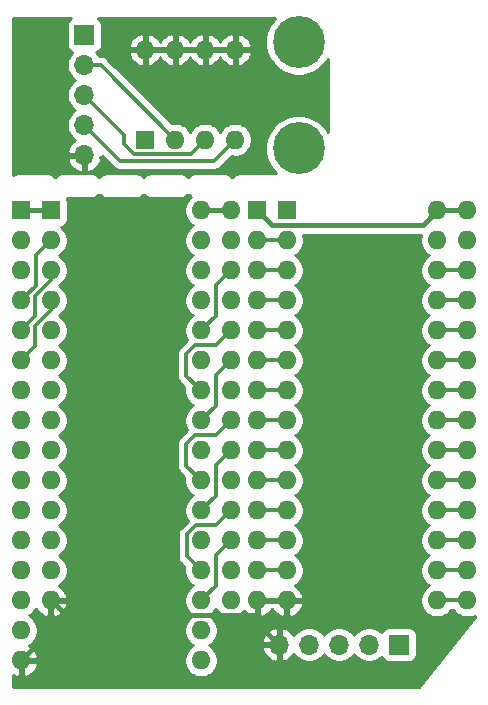
<source format=gbl>
G04 #@! TF.GenerationSoftware,KiCad,Pcbnew,(5.1.6)-1*
G04 #@! TF.CreationDate,2020-09-26T15:55:14+03:00*
G04 #@! TF.ProjectId,CPC6128_MultiROM_1_2,43504336-3132-4385-9f4d-756c7469524f,rev?*
G04 #@! TF.SameCoordinates,Original*
G04 #@! TF.FileFunction,Copper,L2,Bot*
G04 #@! TF.FilePolarity,Positive*
%FSLAX46Y46*%
G04 Gerber Fmt 4.6, Leading zero omitted, Abs format (unit mm)*
G04 Created by KiCad (PCBNEW (5.1.6)-1) date 2020-09-26 15:55:14*
%MOMM*%
%LPD*%
G01*
G04 APERTURE LIST*
G04 #@! TA.AperFunction,ComponentPad*
%ADD10O,1.600000X1.600000*%
G04 #@! TD*
G04 #@! TA.AperFunction,ComponentPad*
%ADD11R,1.600000X1.600000*%
G04 #@! TD*
G04 #@! TA.AperFunction,ComponentPad*
%ADD12C,0.700000*%
G04 #@! TD*
G04 #@! TA.AperFunction,ComponentPad*
%ADD13C,4.400000*%
G04 #@! TD*
G04 #@! TA.AperFunction,ComponentPad*
%ADD14O,1.700000X1.700000*%
G04 #@! TD*
G04 #@! TA.AperFunction,ComponentPad*
%ADD15R,1.700000X1.700000*%
G04 #@! TD*
G04 #@! TA.AperFunction,Conductor*
%ADD16C,0.400000*%
G04 #@! TD*
G04 #@! TA.AperFunction,Conductor*
%ADD17C,0.300000*%
G04 #@! TD*
G04 #@! TA.AperFunction,Conductor*
%ADD18C,0.254000*%
G04 #@! TD*
G04 APERTURE END LIST*
D10*
X134000000Y-55380000D03*
X141620000Y-63000000D03*
X136540000Y-55380000D03*
X139080000Y-63000000D03*
X139080000Y-55380000D03*
X136540000Y-63000000D03*
X141620000Y-55380000D03*
D11*
X134000000Y-63000000D03*
D12*
X148166726Y-53583274D03*
X147000000Y-53100000D03*
X145833274Y-53583274D03*
X145350000Y-54750000D03*
X145833274Y-55916726D03*
X147000000Y-56400000D03*
X148166726Y-55916726D03*
X148650000Y-54750000D03*
D13*
X147000000Y-54750000D03*
D12*
X148166726Y-62583274D03*
X147000000Y-62100000D03*
X145833274Y-62583274D03*
X145350000Y-63750000D03*
X145833274Y-64916726D03*
X147000000Y-65400000D03*
X148166726Y-64916726D03*
X148650000Y-63750000D03*
D13*
X147000000Y-63750000D03*
D14*
X128850000Y-64310000D03*
X128850000Y-61770000D03*
X128850000Y-59230000D03*
X128850000Y-56690000D03*
D15*
X128850000Y-54150000D03*
D10*
X158740000Y-69000000D03*
X143500000Y-102020000D03*
X158740000Y-71540000D03*
X143500000Y-99480000D03*
X158740000Y-74080000D03*
X143500000Y-96940000D03*
X158740000Y-76620000D03*
X143500000Y-94400000D03*
X158740000Y-79160000D03*
X143500000Y-91860000D03*
X158740000Y-81700000D03*
X143500000Y-89320000D03*
X158740000Y-84240000D03*
X143500000Y-86780000D03*
X158740000Y-86780000D03*
X143500000Y-84240000D03*
X158740000Y-89320000D03*
X143500000Y-81700000D03*
X158740000Y-91860000D03*
X143500000Y-79160000D03*
X158740000Y-94400000D03*
X143500000Y-76620000D03*
X158740000Y-96940000D03*
X143500000Y-74080000D03*
X158740000Y-99480000D03*
X143500000Y-71540000D03*
X158740000Y-102020000D03*
D11*
X143500000Y-69000000D03*
D14*
X145340000Y-105750000D03*
X147880000Y-105750000D03*
X150420000Y-105750000D03*
X152960000Y-105750000D03*
D15*
X155500000Y-105750000D03*
D10*
X161240000Y-69000000D03*
X146000000Y-102020000D03*
X161240000Y-71540000D03*
X146000000Y-99480000D03*
X161240000Y-74080000D03*
X146000000Y-96940000D03*
X161240000Y-76620000D03*
X146000000Y-94400000D03*
X161240000Y-79160000D03*
X146000000Y-91860000D03*
X161240000Y-81700000D03*
X146000000Y-89320000D03*
X161240000Y-84240000D03*
X146000000Y-86780000D03*
X161240000Y-86780000D03*
X146000000Y-84240000D03*
X161240000Y-89320000D03*
X146000000Y-81700000D03*
X161240000Y-91860000D03*
X146000000Y-79160000D03*
X161240000Y-94400000D03*
X146000000Y-76620000D03*
X161240000Y-96940000D03*
X146000000Y-74080000D03*
X161240000Y-99480000D03*
X146000000Y-71540000D03*
X161240000Y-102020000D03*
D11*
X146000000Y-69000000D03*
D10*
X138740000Y-69000000D03*
X123500000Y-107100000D03*
X138740000Y-71540000D03*
X123500000Y-104560000D03*
X138740000Y-74080000D03*
X123500000Y-102020000D03*
X138740000Y-76620000D03*
X123500000Y-99480000D03*
X138740000Y-79160000D03*
X123500000Y-96940000D03*
X138740000Y-81700000D03*
X123500000Y-94400000D03*
X138740000Y-84240000D03*
X123500000Y-91860000D03*
X138740000Y-86780000D03*
X123500000Y-89320000D03*
X138740000Y-89320000D03*
X123500000Y-86780000D03*
X138740000Y-91860000D03*
X123500000Y-84240000D03*
X138740000Y-94400000D03*
X123500000Y-81700000D03*
X138740000Y-96940000D03*
X123500000Y-79160000D03*
X138740000Y-99480000D03*
X123500000Y-76620000D03*
X138740000Y-102020000D03*
X123500000Y-74080000D03*
X138740000Y-104560000D03*
X123500000Y-71540000D03*
X138740000Y-107100000D03*
D11*
X123500000Y-69000000D03*
D10*
X141240000Y-69000000D03*
X126000000Y-102020000D03*
X141240000Y-71540000D03*
X126000000Y-99480000D03*
X141240000Y-74080000D03*
X126000000Y-96940000D03*
X141240000Y-76620000D03*
X126000000Y-94400000D03*
X141240000Y-79160000D03*
X126000000Y-91860000D03*
X141240000Y-81700000D03*
X126000000Y-89320000D03*
X141240000Y-84240000D03*
X126000000Y-86780000D03*
X141240000Y-86780000D03*
X126000000Y-84240000D03*
X141240000Y-89320000D03*
X126000000Y-81700000D03*
X141240000Y-91860000D03*
X126000000Y-79160000D03*
X141240000Y-94400000D03*
X126000000Y-76620000D03*
X141240000Y-96940000D03*
X126000000Y-74080000D03*
X141240000Y-99480000D03*
X126000000Y-71540000D03*
X141240000Y-102020000D03*
D11*
X126000000Y-69000000D03*
D16*
X138740000Y-69000000D02*
X141240000Y-69000000D01*
X143500000Y-69000000D02*
X144750400Y-70250400D01*
X144750400Y-70250400D02*
X157489600Y-70250400D01*
X157489600Y-70250400D02*
X158740000Y-69000000D01*
X161240000Y-69000000D02*
X158740000Y-69000000D01*
D17*
X138740000Y-79160000D02*
X139990000Y-77910000D01*
X139990000Y-77910000D02*
X139990000Y-75330000D01*
X139990000Y-75330000D02*
X141240000Y-74080000D01*
X138740000Y-84240000D02*
X137502100Y-83002100D01*
X137502100Y-83002100D02*
X137502100Y-81150200D01*
X137502100Y-81150200D02*
X138222300Y-80430000D01*
X138222300Y-80430000D02*
X139970000Y-80430000D01*
X139970000Y-80430000D02*
X141240000Y-79160000D01*
X138740000Y-86780000D02*
X139990000Y-85530000D01*
X139990000Y-85530000D02*
X139990000Y-82950000D01*
X139990000Y-82950000D02*
X141240000Y-81700000D01*
X138740000Y-91860000D02*
X137502100Y-90622100D01*
X137502100Y-90622100D02*
X137502100Y-88770200D01*
X137502100Y-88770200D02*
X138222300Y-88050000D01*
X138222300Y-88050000D02*
X139970000Y-88050000D01*
X139970000Y-88050000D02*
X141240000Y-86780000D01*
X138740000Y-94400000D02*
X139990000Y-93150000D01*
X139990000Y-93150000D02*
X139990000Y-90570000D01*
X139990000Y-90570000D02*
X141240000Y-89320000D01*
X138740000Y-99480000D02*
X137539400Y-98279400D01*
X137539400Y-98279400D02*
X137539400Y-96433900D01*
X137539400Y-96433900D02*
X138303300Y-95670000D01*
X138303300Y-95670000D02*
X139970000Y-95670000D01*
X139970000Y-95670000D02*
X141240000Y-94400000D01*
X123500000Y-81700000D02*
X124700400Y-80499600D01*
X124700400Y-80499600D02*
X124700400Y-78750000D01*
X124700400Y-78750000D02*
X126000000Y-77450400D01*
X126000000Y-77450400D02*
X126000000Y-76620000D01*
X138740000Y-102020000D02*
X139990000Y-100770000D01*
X139990000Y-100770000D02*
X139990000Y-98190000D01*
X139990000Y-98190000D02*
X141240000Y-96940000D01*
X123500000Y-79160000D02*
X124700400Y-77959600D01*
X124700400Y-77959600D02*
X124700400Y-76210000D01*
X124700400Y-76210000D02*
X126000000Y-74910400D01*
X126000000Y-74910400D02*
X126000000Y-74080000D01*
X126000000Y-71540000D02*
X124744200Y-72795800D01*
X124744200Y-72795800D02*
X124744200Y-75375800D01*
X124744200Y-75375800D02*
X123500000Y-76620000D01*
D16*
X123500000Y-69000000D02*
X126000000Y-69000000D01*
D17*
X146000000Y-99480000D02*
X143500000Y-99480000D01*
X161240000Y-74080000D02*
X158740000Y-74080000D01*
X146000000Y-96940000D02*
X143500000Y-96940000D01*
X161240000Y-76620000D02*
X158740000Y-76620000D01*
X146000000Y-94400000D02*
X143500000Y-94400000D01*
X161240000Y-79160000D02*
X158740000Y-79160000D01*
X146000000Y-91860000D02*
X143500000Y-91860000D01*
X161240000Y-81700000D02*
X158740000Y-81700000D01*
X146000000Y-89320000D02*
X143500000Y-89320000D01*
X161240000Y-84240000D02*
X158740000Y-84240000D01*
X146000000Y-86780000D02*
X143500000Y-86780000D01*
X161240000Y-86780000D02*
X158740000Y-86780000D01*
X146000000Y-84240000D02*
X143500000Y-84240000D01*
X161240000Y-89320000D02*
X158740000Y-89320000D01*
X146000000Y-81700000D02*
X143500000Y-81700000D01*
X161240000Y-91860000D02*
X158740000Y-91860000D01*
X146000000Y-79160000D02*
X143500000Y-79160000D01*
X161240000Y-94400000D02*
X158740000Y-94400000D01*
X146000000Y-76620000D02*
X143500000Y-76620000D01*
X161240000Y-96940000D02*
X158740000Y-96940000D01*
X146000000Y-74080000D02*
X143500000Y-74080000D01*
X161240000Y-99480000D02*
X158740000Y-99480000D01*
X146000000Y-71540000D02*
X143500000Y-71540000D01*
X161240000Y-102020000D02*
X158740000Y-102020000D01*
D16*
X127270000Y-103290000D02*
X143500000Y-103290000D01*
X126000000Y-102020000D02*
X127270000Y-103290000D01*
X123500000Y-107100000D02*
X127270000Y-103330000D01*
X127270000Y-103330000D02*
X127270000Y-103290000D01*
X143500000Y-103290000D02*
X143500000Y-102020000D01*
X145340000Y-105750000D02*
X143500000Y-103910000D01*
X143500000Y-103910000D02*
X143500000Y-103290000D01*
X146000000Y-102020000D02*
X143500000Y-102020000D01*
X139080000Y-55380000D02*
X136540000Y-55380000D01*
X141620000Y-55380000D02*
X139080000Y-55380000D01*
D17*
X128850000Y-61770000D02*
X131875300Y-64795300D01*
X131875300Y-64795300D02*
X139824700Y-64795300D01*
X139824700Y-64795300D02*
X141620000Y-63000000D01*
X128850000Y-59230000D02*
X132234600Y-62614600D01*
X132234600Y-62614600D02*
X132234600Y-63407600D01*
X132234600Y-63407600D02*
X133043000Y-64216000D01*
X133043000Y-64216000D02*
X137864000Y-64216000D01*
X137864000Y-64216000D02*
X139080000Y-63000000D01*
X128850000Y-56690000D02*
X130230000Y-56690000D01*
X130230000Y-56690000D02*
X136540000Y-63000000D01*
D18*
G36*
X130264529Y-67748815D02*
G01*
X130281052Y-67768948D01*
X130381550Y-67851425D01*
X130496207Y-67912710D01*
X130620617Y-67950450D01*
X130750000Y-67963193D01*
X130782419Y-67960000D01*
X133217581Y-67960000D01*
X133250000Y-67963193D01*
X133282419Y-67960000D01*
X133379383Y-67950450D01*
X133503793Y-67912710D01*
X133618450Y-67851425D01*
X133718948Y-67768948D01*
X133782919Y-67691000D01*
X133967081Y-67691000D01*
X134014529Y-67748815D01*
X134031052Y-67768948D01*
X134131550Y-67851425D01*
X134246207Y-67912710D01*
X134370617Y-67950450D01*
X134500000Y-67963193D01*
X134532419Y-67960000D01*
X136967581Y-67960000D01*
X137000000Y-67963193D01*
X137032419Y-67960000D01*
X137129383Y-67950450D01*
X137253793Y-67912710D01*
X137368450Y-67851425D01*
X137468948Y-67768948D01*
X137532919Y-67691000D01*
X137717081Y-67691000D01*
X137764529Y-67748815D01*
X137781052Y-67768948D01*
X137879074Y-67849393D01*
X137825241Y-67885363D01*
X137625363Y-68085241D01*
X137468320Y-68320273D01*
X137360147Y-68581426D01*
X137305000Y-68858665D01*
X137305000Y-69141335D01*
X137360147Y-69418574D01*
X137468320Y-69679727D01*
X137625363Y-69914759D01*
X137825241Y-70114637D01*
X138057759Y-70270000D01*
X137825241Y-70425363D01*
X137625363Y-70625241D01*
X137468320Y-70860273D01*
X137360147Y-71121426D01*
X137305000Y-71398665D01*
X137305000Y-71681335D01*
X137360147Y-71958574D01*
X137468320Y-72219727D01*
X137625363Y-72454759D01*
X137825241Y-72654637D01*
X138057759Y-72810000D01*
X137825241Y-72965363D01*
X137625363Y-73165241D01*
X137468320Y-73400273D01*
X137360147Y-73661426D01*
X137305000Y-73938665D01*
X137305000Y-74221335D01*
X137360147Y-74498574D01*
X137468320Y-74759727D01*
X137625363Y-74994759D01*
X137825241Y-75194637D01*
X138057759Y-75350000D01*
X137825241Y-75505363D01*
X137625363Y-75705241D01*
X137468320Y-75940273D01*
X137360147Y-76201426D01*
X137305000Y-76478665D01*
X137305000Y-76761335D01*
X137360147Y-77038574D01*
X137468320Y-77299727D01*
X137625363Y-77534759D01*
X137825241Y-77734637D01*
X138057759Y-77890000D01*
X137825241Y-78045363D01*
X137625363Y-78245241D01*
X137468320Y-78480273D01*
X137360147Y-78741426D01*
X137305000Y-79018665D01*
X137305000Y-79301335D01*
X137360147Y-79578574D01*
X137468320Y-79839727D01*
X137562086Y-79980057D01*
X136974285Y-80567858D01*
X136944337Y-80592436D01*
X136919759Y-80622384D01*
X136919755Y-80622388D01*
X136894234Y-80653486D01*
X136846239Y-80711967D01*
X136835607Y-80731859D01*
X136773346Y-80848341D01*
X136728459Y-80996314D01*
X136713303Y-81150200D01*
X136717101Y-81188762D01*
X136717100Y-82963547D01*
X136713303Y-83002100D01*
X136717100Y-83040653D01*
X136717100Y-83040660D01*
X136728459Y-83155986D01*
X136773346Y-83303959D01*
X136846238Y-83440332D01*
X136944336Y-83559864D01*
X136974290Y-83584447D01*
X137335446Y-83945604D01*
X137305000Y-84098665D01*
X137305000Y-84381335D01*
X137360147Y-84658574D01*
X137468320Y-84919727D01*
X137625363Y-85154759D01*
X137825241Y-85354637D01*
X138057759Y-85510000D01*
X137825241Y-85665363D01*
X137625363Y-85865241D01*
X137468320Y-86100273D01*
X137360147Y-86361426D01*
X137305000Y-86638665D01*
X137305000Y-86921335D01*
X137360147Y-87198574D01*
X137468320Y-87459727D01*
X137562086Y-87600057D01*
X136974285Y-88187858D01*
X136944337Y-88212436D01*
X136919759Y-88242384D01*
X136919755Y-88242388D01*
X136886790Y-88282556D01*
X136846239Y-88331967D01*
X136835607Y-88351859D01*
X136773346Y-88468341D01*
X136728459Y-88616314D01*
X136713303Y-88770200D01*
X136717101Y-88808762D01*
X136717100Y-90583547D01*
X136713303Y-90622100D01*
X136717100Y-90660653D01*
X136717100Y-90660660D01*
X136728459Y-90775986D01*
X136773346Y-90923959D01*
X136846238Y-91060332D01*
X136944336Y-91179864D01*
X136974290Y-91204447D01*
X137335446Y-91565604D01*
X137305000Y-91718665D01*
X137305000Y-92001335D01*
X137360147Y-92278574D01*
X137468320Y-92539727D01*
X137625363Y-92774759D01*
X137825241Y-92974637D01*
X138057759Y-93130000D01*
X137825241Y-93285363D01*
X137625363Y-93485241D01*
X137468320Y-93720273D01*
X137360147Y-93981426D01*
X137305000Y-94258665D01*
X137305000Y-94541335D01*
X137360147Y-94818574D01*
X137468320Y-95079727D01*
X137594530Y-95268613D01*
X137011585Y-95851558D01*
X136981637Y-95876136D01*
X136957059Y-95906084D01*
X136957055Y-95906088D01*
X136924090Y-95946256D01*
X136883539Y-95995667D01*
X136867732Y-96025241D01*
X136810646Y-96132041D01*
X136765759Y-96280014D01*
X136750603Y-96433900D01*
X136754401Y-96472462D01*
X136754400Y-98240847D01*
X136750603Y-98279400D01*
X136754400Y-98317953D01*
X136754400Y-98317960D01*
X136765759Y-98433286D01*
X136810646Y-98581259D01*
X136883538Y-98717632D01*
X136981636Y-98837164D01*
X137011590Y-98861747D01*
X137335446Y-99185603D01*
X137305000Y-99338665D01*
X137305000Y-99621335D01*
X137360147Y-99898574D01*
X137468320Y-100159727D01*
X137625363Y-100394759D01*
X137825241Y-100594637D01*
X138057759Y-100750000D01*
X137825241Y-100905363D01*
X137625363Y-101105241D01*
X137468320Y-101340273D01*
X137360147Y-101601426D01*
X137305000Y-101878665D01*
X137305000Y-102161335D01*
X137360147Y-102438574D01*
X137468320Y-102699727D01*
X137625363Y-102934759D01*
X137825241Y-103134637D01*
X138057759Y-103290000D01*
X137825241Y-103445363D01*
X137625363Y-103645241D01*
X137468320Y-103880273D01*
X137360147Y-104141426D01*
X137305000Y-104418665D01*
X137305000Y-104701335D01*
X137360147Y-104978574D01*
X137468320Y-105239727D01*
X137625363Y-105474759D01*
X137825241Y-105674637D01*
X138057759Y-105830000D01*
X137825241Y-105985363D01*
X137625363Y-106185241D01*
X137468320Y-106420273D01*
X137360147Y-106681426D01*
X137305000Y-106958665D01*
X137305000Y-107241335D01*
X137360147Y-107518574D01*
X137468320Y-107779727D01*
X137625363Y-108014759D01*
X137825241Y-108214637D01*
X138060273Y-108371680D01*
X138321426Y-108479853D01*
X138598665Y-108535000D01*
X138881335Y-108535000D01*
X139158574Y-108479853D01*
X139419727Y-108371680D01*
X139654759Y-108214637D01*
X139854637Y-108014759D01*
X140011680Y-107779727D01*
X140119853Y-107518574D01*
X140175000Y-107241335D01*
X140175000Y-106958665D01*
X140119853Y-106681426D01*
X140011680Y-106420273D01*
X139854637Y-106185241D01*
X139776287Y-106106891D01*
X143898519Y-106106891D01*
X143995843Y-106381252D01*
X144144822Y-106631355D01*
X144339731Y-106847588D01*
X144573080Y-107021641D01*
X144835901Y-107146825D01*
X144983110Y-107191476D01*
X145213000Y-107070155D01*
X145213000Y-105877000D01*
X144019186Y-105877000D01*
X143898519Y-106106891D01*
X139776287Y-106106891D01*
X139654759Y-105985363D01*
X139422241Y-105830000D01*
X139654759Y-105674637D01*
X139854637Y-105474759D01*
X139909193Y-105393109D01*
X143898519Y-105393109D01*
X144019186Y-105623000D01*
X145213000Y-105623000D01*
X145213000Y-104429845D01*
X145467000Y-104429845D01*
X145467000Y-105623000D01*
X145487000Y-105623000D01*
X145487000Y-105877000D01*
X145467000Y-105877000D01*
X145467000Y-107070155D01*
X145696890Y-107191476D01*
X145844099Y-107146825D01*
X146106920Y-107021641D01*
X146340269Y-106847588D01*
X146535178Y-106631355D01*
X146604805Y-106514466D01*
X146726525Y-106696632D01*
X146933368Y-106903475D01*
X147176589Y-107065990D01*
X147446842Y-107177932D01*
X147733740Y-107235000D01*
X148026260Y-107235000D01*
X148313158Y-107177932D01*
X148583411Y-107065990D01*
X148826632Y-106903475D01*
X149033475Y-106696632D01*
X149150000Y-106522240D01*
X149266525Y-106696632D01*
X149473368Y-106903475D01*
X149716589Y-107065990D01*
X149986842Y-107177932D01*
X150273740Y-107235000D01*
X150566260Y-107235000D01*
X150853158Y-107177932D01*
X151123411Y-107065990D01*
X151366632Y-106903475D01*
X151573475Y-106696632D01*
X151690000Y-106522240D01*
X151806525Y-106696632D01*
X152013368Y-106903475D01*
X152256589Y-107065990D01*
X152526842Y-107177932D01*
X152813740Y-107235000D01*
X153106260Y-107235000D01*
X153393158Y-107177932D01*
X153663411Y-107065990D01*
X153906632Y-106903475D01*
X154038487Y-106771620D01*
X154060498Y-106844180D01*
X154119463Y-106954494D01*
X154198815Y-107051185D01*
X154295506Y-107130537D01*
X154405820Y-107189502D01*
X154525518Y-107225812D01*
X154650000Y-107238072D01*
X156350000Y-107238072D01*
X156474482Y-107225812D01*
X156594180Y-107189502D01*
X156704494Y-107130537D01*
X156801185Y-107051185D01*
X156880537Y-106954494D01*
X156939502Y-106844180D01*
X156975812Y-106724482D01*
X156988072Y-106600000D01*
X156988072Y-104900000D01*
X156975812Y-104775518D01*
X156939502Y-104655820D01*
X156880537Y-104545506D01*
X156801185Y-104448815D01*
X156704494Y-104369463D01*
X156594180Y-104310498D01*
X156474482Y-104274188D01*
X156350000Y-104261928D01*
X154650000Y-104261928D01*
X154525518Y-104274188D01*
X154405820Y-104310498D01*
X154295506Y-104369463D01*
X154198815Y-104448815D01*
X154119463Y-104545506D01*
X154060498Y-104655820D01*
X154038487Y-104728380D01*
X153906632Y-104596525D01*
X153663411Y-104434010D01*
X153393158Y-104322068D01*
X153106260Y-104265000D01*
X152813740Y-104265000D01*
X152526842Y-104322068D01*
X152256589Y-104434010D01*
X152013368Y-104596525D01*
X151806525Y-104803368D01*
X151690000Y-104977760D01*
X151573475Y-104803368D01*
X151366632Y-104596525D01*
X151123411Y-104434010D01*
X150853158Y-104322068D01*
X150566260Y-104265000D01*
X150273740Y-104265000D01*
X149986842Y-104322068D01*
X149716589Y-104434010D01*
X149473368Y-104596525D01*
X149266525Y-104803368D01*
X149150000Y-104977760D01*
X149033475Y-104803368D01*
X148826632Y-104596525D01*
X148583411Y-104434010D01*
X148313158Y-104322068D01*
X148026260Y-104265000D01*
X147733740Y-104265000D01*
X147446842Y-104322068D01*
X147176589Y-104434010D01*
X146933368Y-104596525D01*
X146726525Y-104803368D01*
X146604805Y-104985534D01*
X146535178Y-104868645D01*
X146340269Y-104652412D01*
X146106920Y-104478359D01*
X145844099Y-104353175D01*
X145696890Y-104308524D01*
X145467000Y-104429845D01*
X145213000Y-104429845D01*
X144983110Y-104308524D01*
X144835901Y-104353175D01*
X144573080Y-104478359D01*
X144339731Y-104652412D01*
X144144822Y-104868645D01*
X143995843Y-105118748D01*
X143898519Y-105393109D01*
X139909193Y-105393109D01*
X140011680Y-105239727D01*
X140119853Y-104978574D01*
X140175000Y-104701335D01*
X140175000Y-104418665D01*
X140119853Y-104141426D01*
X140011680Y-103880273D01*
X139854637Y-103645241D01*
X139654759Y-103445363D01*
X139422241Y-103290000D01*
X139654759Y-103134637D01*
X139854637Y-102934759D01*
X139990000Y-102732173D01*
X140125363Y-102934759D01*
X140325241Y-103134637D01*
X140560273Y-103291680D01*
X140821426Y-103399853D01*
X141098665Y-103455000D01*
X141381335Y-103455000D01*
X141658574Y-103399853D01*
X141919727Y-103291680D01*
X142154759Y-103134637D01*
X142354637Y-102934759D01*
X142376340Y-102902279D01*
X142436481Y-102983414D01*
X142644869Y-103172385D01*
X142886119Y-103317070D01*
X143150960Y-103411909D01*
X143373000Y-103290624D01*
X143373000Y-102147000D01*
X143627000Y-102147000D01*
X143627000Y-103290624D01*
X143849040Y-103411909D01*
X144113881Y-103317070D01*
X144355131Y-103172385D01*
X144563519Y-102983414D01*
X144731037Y-102757420D01*
X144750000Y-102717299D01*
X144768963Y-102757420D01*
X144936481Y-102983414D01*
X145144869Y-103172385D01*
X145386119Y-103317070D01*
X145650960Y-103411909D01*
X145873000Y-103290624D01*
X145873000Y-102147000D01*
X146127000Y-102147000D01*
X146127000Y-103290624D01*
X146349040Y-103411909D01*
X146613881Y-103317070D01*
X146855131Y-103172385D01*
X147063519Y-102983414D01*
X147231037Y-102757420D01*
X147351246Y-102503087D01*
X147391904Y-102369039D01*
X147269915Y-102147000D01*
X146127000Y-102147000D01*
X145873000Y-102147000D01*
X143627000Y-102147000D01*
X143373000Y-102147000D01*
X143353000Y-102147000D01*
X143353000Y-101893000D01*
X143373000Y-101893000D01*
X143373000Y-101873000D01*
X143627000Y-101873000D01*
X143627000Y-101893000D01*
X145873000Y-101893000D01*
X145873000Y-101873000D01*
X146127000Y-101873000D01*
X146127000Y-101893000D01*
X147269915Y-101893000D01*
X147391904Y-101670961D01*
X147351246Y-101536913D01*
X147231037Y-101282580D01*
X147063519Y-101056586D01*
X146855131Y-100867615D01*
X146669135Y-100756067D01*
X146679727Y-100751680D01*
X146914759Y-100594637D01*
X147114637Y-100394759D01*
X147271680Y-100159727D01*
X147379853Y-99898574D01*
X147435000Y-99621335D01*
X147435000Y-99338665D01*
X147379853Y-99061426D01*
X147271680Y-98800273D01*
X147114637Y-98565241D01*
X146914759Y-98365363D01*
X146682241Y-98210000D01*
X146914759Y-98054637D01*
X147114637Y-97854759D01*
X147271680Y-97619727D01*
X147379853Y-97358574D01*
X147435000Y-97081335D01*
X147435000Y-96798665D01*
X147379853Y-96521426D01*
X147271680Y-96260273D01*
X147114637Y-96025241D01*
X146914759Y-95825363D01*
X146682241Y-95670000D01*
X146914759Y-95514637D01*
X147114637Y-95314759D01*
X147271680Y-95079727D01*
X147379853Y-94818574D01*
X147435000Y-94541335D01*
X147435000Y-94258665D01*
X147379853Y-93981426D01*
X147271680Y-93720273D01*
X147114637Y-93485241D01*
X146914759Y-93285363D01*
X146682241Y-93130000D01*
X146914759Y-92974637D01*
X147114637Y-92774759D01*
X147271680Y-92539727D01*
X147379853Y-92278574D01*
X147435000Y-92001335D01*
X147435000Y-91718665D01*
X147379853Y-91441426D01*
X147271680Y-91180273D01*
X147114637Y-90945241D01*
X146914759Y-90745363D01*
X146682241Y-90590000D01*
X146914759Y-90434637D01*
X147114637Y-90234759D01*
X147271680Y-89999727D01*
X147379853Y-89738574D01*
X147435000Y-89461335D01*
X147435000Y-89178665D01*
X147379853Y-88901426D01*
X147271680Y-88640273D01*
X147114637Y-88405241D01*
X146914759Y-88205363D01*
X146682241Y-88050000D01*
X146914759Y-87894637D01*
X147114637Y-87694759D01*
X147271680Y-87459727D01*
X147379853Y-87198574D01*
X147435000Y-86921335D01*
X147435000Y-86638665D01*
X147379853Y-86361426D01*
X147271680Y-86100273D01*
X147114637Y-85865241D01*
X146914759Y-85665363D01*
X146682241Y-85510000D01*
X146914759Y-85354637D01*
X147114637Y-85154759D01*
X147271680Y-84919727D01*
X147379853Y-84658574D01*
X147435000Y-84381335D01*
X147435000Y-84098665D01*
X147379853Y-83821426D01*
X147271680Y-83560273D01*
X147114637Y-83325241D01*
X146914759Y-83125363D01*
X146682241Y-82970000D01*
X146914759Y-82814637D01*
X147114637Y-82614759D01*
X147271680Y-82379727D01*
X147379853Y-82118574D01*
X147435000Y-81841335D01*
X147435000Y-81558665D01*
X147379853Y-81281426D01*
X147271680Y-81020273D01*
X147114637Y-80785241D01*
X146914759Y-80585363D01*
X146682241Y-80430000D01*
X146914759Y-80274637D01*
X147114637Y-80074759D01*
X147271680Y-79839727D01*
X147379853Y-79578574D01*
X147435000Y-79301335D01*
X147435000Y-79018665D01*
X147379853Y-78741426D01*
X147271680Y-78480273D01*
X147114637Y-78245241D01*
X146914759Y-78045363D01*
X146682241Y-77890000D01*
X146914759Y-77734637D01*
X147114637Y-77534759D01*
X147271680Y-77299727D01*
X147379853Y-77038574D01*
X147435000Y-76761335D01*
X147435000Y-76478665D01*
X147379853Y-76201426D01*
X147271680Y-75940273D01*
X147114637Y-75705241D01*
X146914759Y-75505363D01*
X146682241Y-75350000D01*
X146914759Y-75194637D01*
X147114637Y-74994759D01*
X147271680Y-74759727D01*
X147379853Y-74498574D01*
X147435000Y-74221335D01*
X147435000Y-73938665D01*
X147379853Y-73661426D01*
X147271680Y-73400273D01*
X147114637Y-73165241D01*
X146914759Y-72965363D01*
X146682241Y-72810000D01*
X146914759Y-72654637D01*
X147114637Y-72454759D01*
X147271680Y-72219727D01*
X147379853Y-71958574D01*
X147435000Y-71681335D01*
X147435000Y-71398665D01*
X147379853Y-71121426D01*
X147364931Y-71085400D01*
X157375069Y-71085400D01*
X157360147Y-71121426D01*
X157305000Y-71398665D01*
X157305000Y-71681335D01*
X157360147Y-71958574D01*
X157468320Y-72219727D01*
X157625363Y-72454759D01*
X157825241Y-72654637D01*
X158057759Y-72810000D01*
X157825241Y-72965363D01*
X157625363Y-73165241D01*
X157468320Y-73400273D01*
X157360147Y-73661426D01*
X157305000Y-73938665D01*
X157305000Y-74221335D01*
X157360147Y-74498574D01*
X157468320Y-74759727D01*
X157625363Y-74994759D01*
X157825241Y-75194637D01*
X158057759Y-75350000D01*
X157825241Y-75505363D01*
X157625363Y-75705241D01*
X157468320Y-75940273D01*
X157360147Y-76201426D01*
X157305000Y-76478665D01*
X157305000Y-76761335D01*
X157360147Y-77038574D01*
X157468320Y-77299727D01*
X157625363Y-77534759D01*
X157825241Y-77734637D01*
X158057759Y-77890000D01*
X157825241Y-78045363D01*
X157625363Y-78245241D01*
X157468320Y-78480273D01*
X157360147Y-78741426D01*
X157305000Y-79018665D01*
X157305000Y-79301335D01*
X157360147Y-79578574D01*
X157468320Y-79839727D01*
X157625363Y-80074759D01*
X157825241Y-80274637D01*
X158057759Y-80430000D01*
X157825241Y-80585363D01*
X157625363Y-80785241D01*
X157468320Y-81020273D01*
X157360147Y-81281426D01*
X157305000Y-81558665D01*
X157305000Y-81841335D01*
X157360147Y-82118574D01*
X157468320Y-82379727D01*
X157625363Y-82614759D01*
X157825241Y-82814637D01*
X158057759Y-82970000D01*
X157825241Y-83125363D01*
X157625363Y-83325241D01*
X157468320Y-83560273D01*
X157360147Y-83821426D01*
X157305000Y-84098665D01*
X157305000Y-84381335D01*
X157360147Y-84658574D01*
X157468320Y-84919727D01*
X157625363Y-85154759D01*
X157825241Y-85354637D01*
X158057759Y-85510000D01*
X157825241Y-85665363D01*
X157625363Y-85865241D01*
X157468320Y-86100273D01*
X157360147Y-86361426D01*
X157305000Y-86638665D01*
X157305000Y-86921335D01*
X157360147Y-87198574D01*
X157468320Y-87459727D01*
X157625363Y-87694759D01*
X157825241Y-87894637D01*
X158057759Y-88050000D01*
X157825241Y-88205363D01*
X157625363Y-88405241D01*
X157468320Y-88640273D01*
X157360147Y-88901426D01*
X157305000Y-89178665D01*
X157305000Y-89461335D01*
X157360147Y-89738574D01*
X157468320Y-89999727D01*
X157625363Y-90234759D01*
X157825241Y-90434637D01*
X158057759Y-90590000D01*
X157825241Y-90745363D01*
X157625363Y-90945241D01*
X157468320Y-91180273D01*
X157360147Y-91441426D01*
X157305000Y-91718665D01*
X157305000Y-92001335D01*
X157360147Y-92278574D01*
X157468320Y-92539727D01*
X157625363Y-92774759D01*
X157825241Y-92974637D01*
X158057759Y-93130000D01*
X157825241Y-93285363D01*
X157625363Y-93485241D01*
X157468320Y-93720273D01*
X157360147Y-93981426D01*
X157305000Y-94258665D01*
X157305000Y-94541335D01*
X157360147Y-94818574D01*
X157468320Y-95079727D01*
X157625363Y-95314759D01*
X157825241Y-95514637D01*
X158057759Y-95670000D01*
X157825241Y-95825363D01*
X157625363Y-96025241D01*
X157468320Y-96260273D01*
X157360147Y-96521426D01*
X157305000Y-96798665D01*
X157305000Y-97081335D01*
X157360147Y-97358574D01*
X157468320Y-97619727D01*
X157625363Y-97854759D01*
X157825241Y-98054637D01*
X158057759Y-98210000D01*
X157825241Y-98365363D01*
X157625363Y-98565241D01*
X157468320Y-98800273D01*
X157360147Y-99061426D01*
X157305000Y-99338665D01*
X157305000Y-99621335D01*
X157360147Y-99898574D01*
X157468320Y-100159727D01*
X157625363Y-100394759D01*
X157825241Y-100594637D01*
X158057759Y-100750000D01*
X157825241Y-100905363D01*
X157625363Y-101105241D01*
X157468320Y-101340273D01*
X157360147Y-101601426D01*
X157305000Y-101878665D01*
X157305000Y-102161335D01*
X157360147Y-102438574D01*
X157468320Y-102699727D01*
X157625363Y-102934759D01*
X157825241Y-103134637D01*
X158060273Y-103291680D01*
X158321426Y-103399853D01*
X158598665Y-103455000D01*
X158881335Y-103455000D01*
X159158574Y-103399853D01*
X159419727Y-103291680D01*
X159654759Y-103134637D01*
X159854637Y-102934759D01*
X159941339Y-102805000D01*
X160038661Y-102805000D01*
X160125363Y-102934759D01*
X160325241Y-103134637D01*
X160560273Y-103291680D01*
X160821426Y-103399853D01*
X161098665Y-103455000D01*
X161381335Y-103455000D01*
X161658574Y-103399853D01*
X161900001Y-103299851D01*
X161900001Y-103400483D01*
X157162789Y-109322000D01*
X122834000Y-109322000D01*
X122834000Y-108365813D01*
X122886119Y-108397070D01*
X123150960Y-108491909D01*
X123373000Y-108370624D01*
X123373000Y-107227000D01*
X123627000Y-107227000D01*
X123627000Y-108370624D01*
X123849040Y-108491909D01*
X124113881Y-108397070D01*
X124355131Y-108252385D01*
X124563519Y-108063414D01*
X124731037Y-107837420D01*
X124851246Y-107583087D01*
X124891904Y-107449039D01*
X124769915Y-107227000D01*
X123627000Y-107227000D01*
X123373000Y-107227000D01*
X123353000Y-107227000D01*
X123353000Y-106973000D01*
X123373000Y-106973000D01*
X123373000Y-106953000D01*
X123627000Y-106953000D01*
X123627000Y-106973000D01*
X124769915Y-106973000D01*
X124891904Y-106750961D01*
X124851246Y-106616913D01*
X124731037Y-106362580D01*
X124563519Y-106136586D01*
X124355131Y-105947615D01*
X124169135Y-105836067D01*
X124179727Y-105831680D01*
X124414759Y-105674637D01*
X124614637Y-105474759D01*
X124771680Y-105239727D01*
X124879853Y-104978574D01*
X124935000Y-104701335D01*
X124935000Y-104418665D01*
X124879853Y-104141426D01*
X124771680Y-103880273D01*
X124614637Y-103645241D01*
X124414759Y-103445363D01*
X124182241Y-103290000D01*
X124414759Y-103134637D01*
X124614637Y-102934759D01*
X124754118Y-102726011D01*
X124768963Y-102757420D01*
X124936481Y-102983414D01*
X125144869Y-103172385D01*
X125386119Y-103317070D01*
X125650960Y-103411909D01*
X125873000Y-103290624D01*
X125873000Y-102147000D01*
X126127000Y-102147000D01*
X126127000Y-103290624D01*
X126349040Y-103411909D01*
X126613881Y-103317070D01*
X126855131Y-103172385D01*
X127063519Y-102983414D01*
X127231037Y-102757420D01*
X127351246Y-102503087D01*
X127391904Y-102369039D01*
X127269915Y-102147000D01*
X126127000Y-102147000D01*
X125873000Y-102147000D01*
X125853000Y-102147000D01*
X125853000Y-101893000D01*
X125873000Y-101893000D01*
X125873000Y-101873000D01*
X126127000Y-101873000D01*
X126127000Y-101893000D01*
X127269915Y-101893000D01*
X127391904Y-101670961D01*
X127351246Y-101536913D01*
X127231037Y-101282580D01*
X127063519Y-101056586D01*
X126855131Y-100867615D01*
X126669135Y-100756067D01*
X126679727Y-100751680D01*
X126914759Y-100594637D01*
X127114637Y-100394759D01*
X127271680Y-100159727D01*
X127379853Y-99898574D01*
X127435000Y-99621335D01*
X127435000Y-99338665D01*
X127379853Y-99061426D01*
X127271680Y-98800273D01*
X127114637Y-98565241D01*
X126914759Y-98365363D01*
X126682241Y-98210000D01*
X126914759Y-98054637D01*
X127114637Y-97854759D01*
X127271680Y-97619727D01*
X127379853Y-97358574D01*
X127435000Y-97081335D01*
X127435000Y-96798665D01*
X127379853Y-96521426D01*
X127271680Y-96260273D01*
X127114637Y-96025241D01*
X126914759Y-95825363D01*
X126682241Y-95670000D01*
X126914759Y-95514637D01*
X127114637Y-95314759D01*
X127271680Y-95079727D01*
X127379853Y-94818574D01*
X127435000Y-94541335D01*
X127435000Y-94258665D01*
X127379853Y-93981426D01*
X127271680Y-93720273D01*
X127114637Y-93485241D01*
X126914759Y-93285363D01*
X126682241Y-93130000D01*
X126914759Y-92974637D01*
X127114637Y-92774759D01*
X127271680Y-92539727D01*
X127379853Y-92278574D01*
X127435000Y-92001335D01*
X127435000Y-91718665D01*
X127379853Y-91441426D01*
X127271680Y-91180273D01*
X127114637Y-90945241D01*
X126914759Y-90745363D01*
X126682241Y-90590000D01*
X126914759Y-90434637D01*
X127114637Y-90234759D01*
X127271680Y-89999727D01*
X127379853Y-89738574D01*
X127435000Y-89461335D01*
X127435000Y-89178665D01*
X127379853Y-88901426D01*
X127271680Y-88640273D01*
X127114637Y-88405241D01*
X126914759Y-88205363D01*
X126682241Y-88050000D01*
X126914759Y-87894637D01*
X127114637Y-87694759D01*
X127271680Y-87459727D01*
X127379853Y-87198574D01*
X127435000Y-86921335D01*
X127435000Y-86638665D01*
X127379853Y-86361426D01*
X127271680Y-86100273D01*
X127114637Y-85865241D01*
X126914759Y-85665363D01*
X126682241Y-85510000D01*
X126914759Y-85354637D01*
X127114637Y-85154759D01*
X127271680Y-84919727D01*
X127379853Y-84658574D01*
X127435000Y-84381335D01*
X127435000Y-84098665D01*
X127379853Y-83821426D01*
X127271680Y-83560273D01*
X127114637Y-83325241D01*
X126914759Y-83125363D01*
X126682241Y-82970000D01*
X126914759Y-82814637D01*
X127114637Y-82614759D01*
X127271680Y-82379727D01*
X127379853Y-82118574D01*
X127435000Y-81841335D01*
X127435000Y-81558665D01*
X127379853Y-81281426D01*
X127271680Y-81020273D01*
X127114637Y-80785241D01*
X126914759Y-80585363D01*
X126682241Y-80430000D01*
X126914759Y-80274637D01*
X127114637Y-80074759D01*
X127271680Y-79839727D01*
X127379853Y-79578574D01*
X127435000Y-79301335D01*
X127435000Y-79018665D01*
X127379853Y-78741426D01*
X127271680Y-78480273D01*
X127114637Y-78245241D01*
X126914759Y-78045363D01*
X126682241Y-77890000D01*
X126914759Y-77734637D01*
X127114637Y-77534759D01*
X127271680Y-77299727D01*
X127379853Y-77038574D01*
X127435000Y-76761335D01*
X127435000Y-76478665D01*
X127379853Y-76201426D01*
X127271680Y-75940273D01*
X127114637Y-75705241D01*
X126914759Y-75505363D01*
X126682241Y-75350000D01*
X126914759Y-75194637D01*
X127114637Y-74994759D01*
X127271680Y-74759727D01*
X127379853Y-74498574D01*
X127435000Y-74221335D01*
X127435000Y-73938665D01*
X127379853Y-73661426D01*
X127271680Y-73400273D01*
X127114637Y-73165241D01*
X126914759Y-72965363D01*
X126682241Y-72810000D01*
X126914759Y-72654637D01*
X127114637Y-72454759D01*
X127271680Y-72219727D01*
X127379853Y-71958574D01*
X127435000Y-71681335D01*
X127435000Y-71398665D01*
X127379853Y-71121426D01*
X127271680Y-70860273D01*
X127114637Y-70625241D01*
X126916039Y-70426643D01*
X126924482Y-70425812D01*
X127044180Y-70389502D01*
X127154494Y-70330537D01*
X127251185Y-70251185D01*
X127330537Y-70154494D01*
X127389502Y-70044180D01*
X127425812Y-69924482D01*
X127438072Y-69800000D01*
X127438072Y-68200000D01*
X127425812Y-68075518D01*
X127390770Y-67960000D01*
X129467581Y-67960000D01*
X129500000Y-67963193D01*
X129532419Y-67960000D01*
X129629383Y-67950450D01*
X129753793Y-67912710D01*
X129868450Y-67851425D01*
X129968948Y-67768948D01*
X130032919Y-67691000D01*
X130217081Y-67691000D01*
X130264529Y-67748815D01*
G37*
X130264529Y-67748815D02*
X130281052Y-67768948D01*
X130381550Y-67851425D01*
X130496207Y-67912710D01*
X130620617Y-67950450D01*
X130750000Y-67963193D01*
X130782419Y-67960000D01*
X133217581Y-67960000D01*
X133250000Y-67963193D01*
X133282419Y-67960000D01*
X133379383Y-67950450D01*
X133503793Y-67912710D01*
X133618450Y-67851425D01*
X133718948Y-67768948D01*
X133782919Y-67691000D01*
X133967081Y-67691000D01*
X134014529Y-67748815D01*
X134031052Y-67768948D01*
X134131550Y-67851425D01*
X134246207Y-67912710D01*
X134370617Y-67950450D01*
X134500000Y-67963193D01*
X134532419Y-67960000D01*
X136967581Y-67960000D01*
X137000000Y-67963193D01*
X137032419Y-67960000D01*
X137129383Y-67950450D01*
X137253793Y-67912710D01*
X137368450Y-67851425D01*
X137468948Y-67768948D01*
X137532919Y-67691000D01*
X137717081Y-67691000D01*
X137764529Y-67748815D01*
X137781052Y-67768948D01*
X137879074Y-67849393D01*
X137825241Y-67885363D01*
X137625363Y-68085241D01*
X137468320Y-68320273D01*
X137360147Y-68581426D01*
X137305000Y-68858665D01*
X137305000Y-69141335D01*
X137360147Y-69418574D01*
X137468320Y-69679727D01*
X137625363Y-69914759D01*
X137825241Y-70114637D01*
X138057759Y-70270000D01*
X137825241Y-70425363D01*
X137625363Y-70625241D01*
X137468320Y-70860273D01*
X137360147Y-71121426D01*
X137305000Y-71398665D01*
X137305000Y-71681335D01*
X137360147Y-71958574D01*
X137468320Y-72219727D01*
X137625363Y-72454759D01*
X137825241Y-72654637D01*
X138057759Y-72810000D01*
X137825241Y-72965363D01*
X137625363Y-73165241D01*
X137468320Y-73400273D01*
X137360147Y-73661426D01*
X137305000Y-73938665D01*
X137305000Y-74221335D01*
X137360147Y-74498574D01*
X137468320Y-74759727D01*
X137625363Y-74994759D01*
X137825241Y-75194637D01*
X138057759Y-75350000D01*
X137825241Y-75505363D01*
X137625363Y-75705241D01*
X137468320Y-75940273D01*
X137360147Y-76201426D01*
X137305000Y-76478665D01*
X137305000Y-76761335D01*
X137360147Y-77038574D01*
X137468320Y-77299727D01*
X137625363Y-77534759D01*
X137825241Y-77734637D01*
X138057759Y-77890000D01*
X137825241Y-78045363D01*
X137625363Y-78245241D01*
X137468320Y-78480273D01*
X137360147Y-78741426D01*
X137305000Y-79018665D01*
X137305000Y-79301335D01*
X137360147Y-79578574D01*
X137468320Y-79839727D01*
X137562086Y-79980057D01*
X136974285Y-80567858D01*
X136944337Y-80592436D01*
X136919759Y-80622384D01*
X136919755Y-80622388D01*
X136894234Y-80653486D01*
X136846239Y-80711967D01*
X136835607Y-80731859D01*
X136773346Y-80848341D01*
X136728459Y-80996314D01*
X136713303Y-81150200D01*
X136717101Y-81188762D01*
X136717100Y-82963547D01*
X136713303Y-83002100D01*
X136717100Y-83040653D01*
X136717100Y-83040660D01*
X136728459Y-83155986D01*
X136773346Y-83303959D01*
X136846238Y-83440332D01*
X136944336Y-83559864D01*
X136974290Y-83584447D01*
X137335446Y-83945604D01*
X137305000Y-84098665D01*
X137305000Y-84381335D01*
X137360147Y-84658574D01*
X137468320Y-84919727D01*
X137625363Y-85154759D01*
X137825241Y-85354637D01*
X138057759Y-85510000D01*
X137825241Y-85665363D01*
X137625363Y-85865241D01*
X137468320Y-86100273D01*
X137360147Y-86361426D01*
X137305000Y-86638665D01*
X137305000Y-86921335D01*
X137360147Y-87198574D01*
X137468320Y-87459727D01*
X137562086Y-87600057D01*
X136974285Y-88187858D01*
X136944337Y-88212436D01*
X136919759Y-88242384D01*
X136919755Y-88242388D01*
X136886790Y-88282556D01*
X136846239Y-88331967D01*
X136835607Y-88351859D01*
X136773346Y-88468341D01*
X136728459Y-88616314D01*
X136713303Y-88770200D01*
X136717101Y-88808762D01*
X136717100Y-90583547D01*
X136713303Y-90622100D01*
X136717100Y-90660653D01*
X136717100Y-90660660D01*
X136728459Y-90775986D01*
X136773346Y-90923959D01*
X136846238Y-91060332D01*
X136944336Y-91179864D01*
X136974290Y-91204447D01*
X137335446Y-91565604D01*
X137305000Y-91718665D01*
X137305000Y-92001335D01*
X137360147Y-92278574D01*
X137468320Y-92539727D01*
X137625363Y-92774759D01*
X137825241Y-92974637D01*
X138057759Y-93130000D01*
X137825241Y-93285363D01*
X137625363Y-93485241D01*
X137468320Y-93720273D01*
X137360147Y-93981426D01*
X137305000Y-94258665D01*
X137305000Y-94541335D01*
X137360147Y-94818574D01*
X137468320Y-95079727D01*
X137594530Y-95268613D01*
X137011585Y-95851558D01*
X136981637Y-95876136D01*
X136957059Y-95906084D01*
X136957055Y-95906088D01*
X136924090Y-95946256D01*
X136883539Y-95995667D01*
X136867732Y-96025241D01*
X136810646Y-96132041D01*
X136765759Y-96280014D01*
X136750603Y-96433900D01*
X136754401Y-96472462D01*
X136754400Y-98240847D01*
X136750603Y-98279400D01*
X136754400Y-98317953D01*
X136754400Y-98317960D01*
X136765759Y-98433286D01*
X136810646Y-98581259D01*
X136883538Y-98717632D01*
X136981636Y-98837164D01*
X137011590Y-98861747D01*
X137335446Y-99185603D01*
X137305000Y-99338665D01*
X137305000Y-99621335D01*
X137360147Y-99898574D01*
X137468320Y-100159727D01*
X137625363Y-100394759D01*
X137825241Y-100594637D01*
X138057759Y-100750000D01*
X137825241Y-100905363D01*
X137625363Y-101105241D01*
X137468320Y-101340273D01*
X137360147Y-101601426D01*
X137305000Y-101878665D01*
X137305000Y-102161335D01*
X137360147Y-102438574D01*
X137468320Y-102699727D01*
X137625363Y-102934759D01*
X137825241Y-103134637D01*
X138057759Y-103290000D01*
X137825241Y-103445363D01*
X137625363Y-103645241D01*
X137468320Y-103880273D01*
X137360147Y-104141426D01*
X137305000Y-104418665D01*
X137305000Y-104701335D01*
X137360147Y-104978574D01*
X137468320Y-105239727D01*
X137625363Y-105474759D01*
X137825241Y-105674637D01*
X138057759Y-105830000D01*
X137825241Y-105985363D01*
X137625363Y-106185241D01*
X137468320Y-106420273D01*
X137360147Y-106681426D01*
X137305000Y-106958665D01*
X137305000Y-107241335D01*
X137360147Y-107518574D01*
X137468320Y-107779727D01*
X137625363Y-108014759D01*
X137825241Y-108214637D01*
X138060273Y-108371680D01*
X138321426Y-108479853D01*
X138598665Y-108535000D01*
X138881335Y-108535000D01*
X139158574Y-108479853D01*
X139419727Y-108371680D01*
X139654759Y-108214637D01*
X139854637Y-108014759D01*
X140011680Y-107779727D01*
X140119853Y-107518574D01*
X140175000Y-107241335D01*
X140175000Y-106958665D01*
X140119853Y-106681426D01*
X140011680Y-106420273D01*
X139854637Y-106185241D01*
X139776287Y-106106891D01*
X143898519Y-106106891D01*
X143995843Y-106381252D01*
X144144822Y-106631355D01*
X144339731Y-106847588D01*
X144573080Y-107021641D01*
X144835901Y-107146825D01*
X144983110Y-107191476D01*
X145213000Y-107070155D01*
X145213000Y-105877000D01*
X144019186Y-105877000D01*
X143898519Y-106106891D01*
X139776287Y-106106891D01*
X139654759Y-105985363D01*
X139422241Y-105830000D01*
X139654759Y-105674637D01*
X139854637Y-105474759D01*
X139909193Y-105393109D01*
X143898519Y-105393109D01*
X144019186Y-105623000D01*
X145213000Y-105623000D01*
X145213000Y-104429845D01*
X145467000Y-104429845D01*
X145467000Y-105623000D01*
X145487000Y-105623000D01*
X145487000Y-105877000D01*
X145467000Y-105877000D01*
X145467000Y-107070155D01*
X145696890Y-107191476D01*
X145844099Y-107146825D01*
X146106920Y-107021641D01*
X146340269Y-106847588D01*
X146535178Y-106631355D01*
X146604805Y-106514466D01*
X146726525Y-106696632D01*
X146933368Y-106903475D01*
X147176589Y-107065990D01*
X147446842Y-107177932D01*
X147733740Y-107235000D01*
X148026260Y-107235000D01*
X148313158Y-107177932D01*
X148583411Y-107065990D01*
X148826632Y-106903475D01*
X149033475Y-106696632D01*
X149150000Y-106522240D01*
X149266525Y-106696632D01*
X149473368Y-106903475D01*
X149716589Y-107065990D01*
X149986842Y-107177932D01*
X150273740Y-107235000D01*
X150566260Y-107235000D01*
X150853158Y-107177932D01*
X151123411Y-107065990D01*
X151366632Y-106903475D01*
X151573475Y-106696632D01*
X151690000Y-106522240D01*
X151806525Y-106696632D01*
X152013368Y-106903475D01*
X152256589Y-107065990D01*
X152526842Y-107177932D01*
X152813740Y-107235000D01*
X153106260Y-107235000D01*
X153393158Y-107177932D01*
X153663411Y-107065990D01*
X153906632Y-106903475D01*
X154038487Y-106771620D01*
X154060498Y-106844180D01*
X154119463Y-106954494D01*
X154198815Y-107051185D01*
X154295506Y-107130537D01*
X154405820Y-107189502D01*
X154525518Y-107225812D01*
X154650000Y-107238072D01*
X156350000Y-107238072D01*
X156474482Y-107225812D01*
X156594180Y-107189502D01*
X156704494Y-107130537D01*
X156801185Y-107051185D01*
X156880537Y-106954494D01*
X156939502Y-106844180D01*
X156975812Y-106724482D01*
X156988072Y-106600000D01*
X156988072Y-104900000D01*
X156975812Y-104775518D01*
X156939502Y-104655820D01*
X156880537Y-104545506D01*
X156801185Y-104448815D01*
X156704494Y-104369463D01*
X156594180Y-104310498D01*
X156474482Y-104274188D01*
X156350000Y-104261928D01*
X154650000Y-104261928D01*
X154525518Y-104274188D01*
X154405820Y-104310498D01*
X154295506Y-104369463D01*
X154198815Y-104448815D01*
X154119463Y-104545506D01*
X154060498Y-104655820D01*
X154038487Y-104728380D01*
X153906632Y-104596525D01*
X153663411Y-104434010D01*
X153393158Y-104322068D01*
X153106260Y-104265000D01*
X152813740Y-104265000D01*
X152526842Y-104322068D01*
X152256589Y-104434010D01*
X152013368Y-104596525D01*
X151806525Y-104803368D01*
X151690000Y-104977760D01*
X151573475Y-104803368D01*
X151366632Y-104596525D01*
X151123411Y-104434010D01*
X150853158Y-104322068D01*
X150566260Y-104265000D01*
X150273740Y-104265000D01*
X149986842Y-104322068D01*
X149716589Y-104434010D01*
X149473368Y-104596525D01*
X149266525Y-104803368D01*
X149150000Y-104977760D01*
X149033475Y-104803368D01*
X148826632Y-104596525D01*
X148583411Y-104434010D01*
X148313158Y-104322068D01*
X148026260Y-104265000D01*
X147733740Y-104265000D01*
X147446842Y-104322068D01*
X147176589Y-104434010D01*
X146933368Y-104596525D01*
X146726525Y-104803368D01*
X146604805Y-104985534D01*
X146535178Y-104868645D01*
X146340269Y-104652412D01*
X146106920Y-104478359D01*
X145844099Y-104353175D01*
X145696890Y-104308524D01*
X145467000Y-104429845D01*
X145213000Y-104429845D01*
X144983110Y-104308524D01*
X144835901Y-104353175D01*
X144573080Y-104478359D01*
X144339731Y-104652412D01*
X144144822Y-104868645D01*
X143995843Y-105118748D01*
X143898519Y-105393109D01*
X139909193Y-105393109D01*
X140011680Y-105239727D01*
X140119853Y-104978574D01*
X140175000Y-104701335D01*
X140175000Y-104418665D01*
X140119853Y-104141426D01*
X140011680Y-103880273D01*
X139854637Y-103645241D01*
X139654759Y-103445363D01*
X139422241Y-103290000D01*
X139654759Y-103134637D01*
X139854637Y-102934759D01*
X139990000Y-102732173D01*
X140125363Y-102934759D01*
X140325241Y-103134637D01*
X140560273Y-103291680D01*
X140821426Y-103399853D01*
X141098665Y-103455000D01*
X141381335Y-103455000D01*
X141658574Y-103399853D01*
X141919727Y-103291680D01*
X142154759Y-103134637D01*
X142354637Y-102934759D01*
X142376340Y-102902279D01*
X142436481Y-102983414D01*
X142644869Y-103172385D01*
X142886119Y-103317070D01*
X143150960Y-103411909D01*
X143373000Y-103290624D01*
X143373000Y-102147000D01*
X143627000Y-102147000D01*
X143627000Y-103290624D01*
X143849040Y-103411909D01*
X144113881Y-103317070D01*
X144355131Y-103172385D01*
X144563519Y-102983414D01*
X144731037Y-102757420D01*
X144750000Y-102717299D01*
X144768963Y-102757420D01*
X144936481Y-102983414D01*
X145144869Y-103172385D01*
X145386119Y-103317070D01*
X145650960Y-103411909D01*
X145873000Y-103290624D01*
X145873000Y-102147000D01*
X146127000Y-102147000D01*
X146127000Y-103290624D01*
X146349040Y-103411909D01*
X146613881Y-103317070D01*
X146855131Y-103172385D01*
X147063519Y-102983414D01*
X147231037Y-102757420D01*
X147351246Y-102503087D01*
X147391904Y-102369039D01*
X147269915Y-102147000D01*
X146127000Y-102147000D01*
X145873000Y-102147000D01*
X143627000Y-102147000D01*
X143373000Y-102147000D01*
X143353000Y-102147000D01*
X143353000Y-101893000D01*
X143373000Y-101893000D01*
X143373000Y-101873000D01*
X143627000Y-101873000D01*
X143627000Y-101893000D01*
X145873000Y-101893000D01*
X145873000Y-101873000D01*
X146127000Y-101873000D01*
X146127000Y-101893000D01*
X147269915Y-101893000D01*
X147391904Y-101670961D01*
X147351246Y-101536913D01*
X147231037Y-101282580D01*
X147063519Y-101056586D01*
X146855131Y-100867615D01*
X146669135Y-100756067D01*
X146679727Y-100751680D01*
X146914759Y-100594637D01*
X147114637Y-100394759D01*
X147271680Y-100159727D01*
X147379853Y-99898574D01*
X147435000Y-99621335D01*
X147435000Y-99338665D01*
X147379853Y-99061426D01*
X147271680Y-98800273D01*
X147114637Y-98565241D01*
X146914759Y-98365363D01*
X146682241Y-98210000D01*
X146914759Y-98054637D01*
X147114637Y-97854759D01*
X147271680Y-97619727D01*
X147379853Y-97358574D01*
X147435000Y-97081335D01*
X147435000Y-96798665D01*
X147379853Y-96521426D01*
X147271680Y-96260273D01*
X147114637Y-96025241D01*
X146914759Y-95825363D01*
X146682241Y-95670000D01*
X146914759Y-95514637D01*
X147114637Y-95314759D01*
X147271680Y-95079727D01*
X147379853Y-94818574D01*
X147435000Y-94541335D01*
X147435000Y-94258665D01*
X147379853Y-93981426D01*
X147271680Y-93720273D01*
X147114637Y-93485241D01*
X146914759Y-93285363D01*
X146682241Y-93130000D01*
X146914759Y-92974637D01*
X147114637Y-92774759D01*
X147271680Y-92539727D01*
X147379853Y-92278574D01*
X147435000Y-92001335D01*
X147435000Y-91718665D01*
X147379853Y-91441426D01*
X147271680Y-91180273D01*
X147114637Y-90945241D01*
X146914759Y-90745363D01*
X146682241Y-90590000D01*
X146914759Y-90434637D01*
X147114637Y-90234759D01*
X147271680Y-89999727D01*
X147379853Y-89738574D01*
X147435000Y-89461335D01*
X147435000Y-89178665D01*
X147379853Y-88901426D01*
X147271680Y-88640273D01*
X147114637Y-88405241D01*
X146914759Y-88205363D01*
X146682241Y-88050000D01*
X146914759Y-87894637D01*
X147114637Y-87694759D01*
X147271680Y-87459727D01*
X147379853Y-87198574D01*
X147435000Y-86921335D01*
X147435000Y-86638665D01*
X147379853Y-86361426D01*
X147271680Y-86100273D01*
X147114637Y-85865241D01*
X146914759Y-85665363D01*
X146682241Y-85510000D01*
X146914759Y-85354637D01*
X147114637Y-85154759D01*
X147271680Y-84919727D01*
X147379853Y-84658574D01*
X147435000Y-84381335D01*
X147435000Y-84098665D01*
X147379853Y-83821426D01*
X147271680Y-83560273D01*
X147114637Y-83325241D01*
X146914759Y-83125363D01*
X146682241Y-82970000D01*
X146914759Y-82814637D01*
X147114637Y-82614759D01*
X147271680Y-82379727D01*
X147379853Y-82118574D01*
X147435000Y-81841335D01*
X147435000Y-81558665D01*
X147379853Y-81281426D01*
X147271680Y-81020273D01*
X147114637Y-80785241D01*
X146914759Y-80585363D01*
X146682241Y-80430000D01*
X146914759Y-80274637D01*
X147114637Y-80074759D01*
X147271680Y-79839727D01*
X147379853Y-79578574D01*
X147435000Y-79301335D01*
X147435000Y-79018665D01*
X147379853Y-78741426D01*
X147271680Y-78480273D01*
X147114637Y-78245241D01*
X146914759Y-78045363D01*
X146682241Y-77890000D01*
X146914759Y-77734637D01*
X147114637Y-77534759D01*
X147271680Y-77299727D01*
X147379853Y-77038574D01*
X147435000Y-76761335D01*
X147435000Y-76478665D01*
X147379853Y-76201426D01*
X147271680Y-75940273D01*
X147114637Y-75705241D01*
X146914759Y-75505363D01*
X146682241Y-75350000D01*
X146914759Y-75194637D01*
X147114637Y-74994759D01*
X147271680Y-74759727D01*
X147379853Y-74498574D01*
X147435000Y-74221335D01*
X147435000Y-73938665D01*
X147379853Y-73661426D01*
X147271680Y-73400273D01*
X147114637Y-73165241D01*
X146914759Y-72965363D01*
X146682241Y-72810000D01*
X146914759Y-72654637D01*
X147114637Y-72454759D01*
X147271680Y-72219727D01*
X147379853Y-71958574D01*
X147435000Y-71681335D01*
X147435000Y-71398665D01*
X147379853Y-71121426D01*
X147364931Y-71085400D01*
X157375069Y-71085400D01*
X157360147Y-71121426D01*
X157305000Y-71398665D01*
X157305000Y-71681335D01*
X157360147Y-71958574D01*
X157468320Y-72219727D01*
X157625363Y-72454759D01*
X157825241Y-72654637D01*
X158057759Y-72810000D01*
X157825241Y-72965363D01*
X157625363Y-73165241D01*
X157468320Y-73400273D01*
X157360147Y-73661426D01*
X157305000Y-73938665D01*
X157305000Y-74221335D01*
X157360147Y-74498574D01*
X157468320Y-74759727D01*
X157625363Y-74994759D01*
X157825241Y-75194637D01*
X158057759Y-75350000D01*
X157825241Y-75505363D01*
X157625363Y-75705241D01*
X157468320Y-75940273D01*
X157360147Y-76201426D01*
X157305000Y-76478665D01*
X157305000Y-76761335D01*
X157360147Y-77038574D01*
X157468320Y-77299727D01*
X157625363Y-77534759D01*
X157825241Y-77734637D01*
X158057759Y-77890000D01*
X157825241Y-78045363D01*
X157625363Y-78245241D01*
X157468320Y-78480273D01*
X157360147Y-78741426D01*
X157305000Y-79018665D01*
X157305000Y-79301335D01*
X157360147Y-79578574D01*
X157468320Y-79839727D01*
X157625363Y-80074759D01*
X157825241Y-80274637D01*
X158057759Y-80430000D01*
X157825241Y-80585363D01*
X157625363Y-80785241D01*
X157468320Y-81020273D01*
X157360147Y-81281426D01*
X157305000Y-81558665D01*
X157305000Y-81841335D01*
X157360147Y-82118574D01*
X157468320Y-82379727D01*
X157625363Y-82614759D01*
X157825241Y-82814637D01*
X158057759Y-82970000D01*
X157825241Y-83125363D01*
X157625363Y-83325241D01*
X157468320Y-83560273D01*
X157360147Y-83821426D01*
X157305000Y-84098665D01*
X157305000Y-84381335D01*
X157360147Y-84658574D01*
X157468320Y-84919727D01*
X157625363Y-85154759D01*
X157825241Y-85354637D01*
X158057759Y-85510000D01*
X157825241Y-85665363D01*
X157625363Y-85865241D01*
X157468320Y-86100273D01*
X157360147Y-86361426D01*
X157305000Y-86638665D01*
X157305000Y-86921335D01*
X157360147Y-87198574D01*
X157468320Y-87459727D01*
X157625363Y-87694759D01*
X157825241Y-87894637D01*
X158057759Y-88050000D01*
X157825241Y-88205363D01*
X157625363Y-88405241D01*
X157468320Y-88640273D01*
X157360147Y-88901426D01*
X157305000Y-89178665D01*
X157305000Y-89461335D01*
X157360147Y-89738574D01*
X157468320Y-89999727D01*
X157625363Y-90234759D01*
X157825241Y-90434637D01*
X158057759Y-90590000D01*
X157825241Y-90745363D01*
X157625363Y-90945241D01*
X157468320Y-91180273D01*
X157360147Y-91441426D01*
X157305000Y-91718665D01*
X157305000Y-92001335D01*
X157360147Y-92278574D01*
X157468320Y-92539727D01*
X157625363Y-92774759D01*
X157825241Y-92974637D01*
X158057759Y-93130000D01*
X157825241Y-93285363D01*
X157625363Y-93485241D01*
X157468320Y-93720273D01*
X157360147Y-93981426D01*
X157305000Y-94258665D01*
X157305000Y-94541335D01*
X157360147Y-94818574D01*
X157468320Y-95079727D01*
X157625363Y-95314759D01*
X157825241Y-95514637D01*
X158057759Y-95670000D01*
X157825241Y-95825363D01*
X157625363Y-96025241D01*
X157468320Y-96260273D01*
X157360147Y-96521426D01*
X157305000Y-96798665D01*
X157305000Y-97081335D01*
X157360147Y-97358574D01*
X157468320Y-97619727D01*
X157625363Y-97854759D01*
X157825241Y-98054637D01*
X158057759Y-98210000D01*
X157825241Y-98365363D01*
X157625363Y-98565241D01*
X157468320Y-98800273D01*
X157360147Y-99061426D01*
X157305000Y-99338665D01*
X157305000Y-99621335D01*
X157360147Y-99898574D01*
X157468320Y-100159727D01*
X157625363Y-100394759D01*
X157825241Y-100594637D01*
X158057759Y-100750000D01*
X157825241Y-100905363D01*
X157625363Y-101105241D01*
X157468320Y-101340273D01*
X157360147Y-101601426D01*
X157305000Y-101878665D01*
X157305000Y-102161335D01*
X157360147Y-102438574D01*
X157468320Y-102699727D01*
X157625363Y-102934759D01*
X157825241Y-103134637D01*
X158060273Y-103291680D01*
X158321426Y-103399853D01*
X158598665Y-103455000D01*
X158881335Y-103455000D01*
X159158574Y-103399853D01*
X159419727Y-103291680D01*
X159654759Y-103134637D01*
X159854637Y-102934759D01*
X159941339Y-102805000D01*
X160038661Y-102805000D01*
X160125363Y-102934759D01*
X160325241Y-103134637D01*
X160560273Y-103291680D01*
X160821426Y-103399853D01*
X161098665Y-103455000D01*
X161381335Y-103455000D01*
X161658574Y-103399853D01*
X161900001Y-103299851D01*
X161900001Y-103400483D01*
X157162789Y-109322000D01*
X122834000Y-109322000D01*
X122834000Y-108365813D01*
X122886119Y-108397070D01*
X123150960Y-108491909D01*
X123373000Y-108370624D01*
X123373000Y-107227000D01*
X123627000Y-107227000D01*
X123627000Y-108370624D01*
X123849040Y-108491909D01*
X124113881Y-108397070D01*
X124355131Y-108252385D01*
X124563519Y-108063414D01*
X124731037Y-107837420D01*
X124851246Y-107583087D01*
X124891904Y-107449039D01*
X124769915Y-107227000D01*
X123627000Y-107227000D01*
X123373000Y-107227000D01*
X123353000Y-107227000D01*
X123353000Y-106973000D01*
X123373000Y-106973000D01*
X123373000Y-106953000D01*
X123627000Y-106953000D01*
X123627000Y-106973000D01*
X124769915Y-106973000D01*
X124891904Y-106750961D01*
X124851246Y-106616913D01*
X124731037Y-106362580D01*
X124563519Y-106136586D01*
X124355131Y-105947615D01*
X124169135Y-105836067D01*
X124179727Y-105831680D01*
X124414759Y-105674637D01*
X124614637Y-105474759D01*
X124771680Y-105239727D01*
X124879853Y-104978574D01*
X124935000Y-104701335D01*
X124935000Y-104418665D01*
X124879853Y-104141426D01*
X124771680Y-103880273D01*
X124614637Y-103645241D01*
X124414759Y-103445363D01*
X124182241Y-103290000D01*
X124414759Y-103134637D01*
X124614637Y-102934759D01*
X124754118Y-102726011D01*
X124768963Y-102757420D01*
X124936481Y-102983414D01*
X125144869Y-103172385D01*
X125386119Y-103317070D01*
X125650960Y-103411909D01*
X125873000Y-103290624D01*
X125873000Y-102147000D01*
X126127000Y-102147000D01*
X126127000Y-103290624D01*
X126349040Y-103411909D01*
X126613881Y-103317070D01*
X126855131Y-103172385D01*
X127063519Y-102983414D01*
X127231037Y-102757420D01*
X127351246Y-102503087D01*
X127391904Y-102369039D01*
X127269915Y-102147000D01*
X126127000Y-102147000D01*
X125873000Y-102147000D01*
X125853000Y-102147000D01*
X125853000Y-101893000D01*
X125873000Y-101893000D01*
X125873000Y-101873000D01*
X126127000Y-101873000D01*
X126127000Y-101893000D01*
X127269915Y-101893000D01*
X127391904Y-101670961D01*
X127351246Y-101536913D01*
X127231037Y-101282580D01*
X127063519Y-101056586D01*
X126855131Y-100867615D01*
X126669135Y-100756067D01*
X126679727Y-100751680D01*
X126914759Y-100594637D01*
X127114637Y-100394759D01*
X127271680Y-100159727D01*
X127379853Y-99898574D01*
X127435000Y-99621335D01*
X127435000Y-99338665D01*
X127379853Y-99061426D01*
X127271680Y-98800273D01*
X127114637Y-98565241D01*
X126914759Y-98365363D01*
X126682241Y-98210000D01*
X126914759Y-98054637D01*
X127114637Y-97854759D01*
X127271680Y-97619727D01*
X127379853Y-97358574D01*
X127435000Y-97081335D01*
X127435000Y-96798665D01*
X127379853Y-96521426D01*
X127271680Y-96260273D01*
X127114637Y-96025241D01*
X126914759Y-95825363D01*
X126682241Y-95670000D01*
X126914759Y-95514637D01*
X127114637Y-95314759D01*
X127271680Y-95079727D01*
X127379853Y-94818574D01*
X127435000Y-94541335D01*
X127435000Y-94258665D01*
X127379853Y-93981426D01*
X127271680Y-93720273D01*
X127114637Y-93485241D01*
X126914759Y-93285363D01*
X126682241Y-93130000D01*
X126914759Y-92974637D01*
X127114637Y-92774759D01*
X127271680Y-92539727D01*
X127379853Y-92278574D01*
X127435000Y-92001335D01*
X127435000Y-91718665D01*
X127379853Y-91441426D01*
X127271680Y-91180273D01*
X127114637Y-90945241D01*
X126914759Y-90745363D01*
X126682241Y-90590000D01*
X126914759Y-90434637D01*
X127114637Y-90234759D01*
X127271680Y-89999727D01*
X127379853Y-89738574D01*
X127435000Y-89461335D01*
X127435000Y-89178665D01*
X127379853Y-88901426D01*
X127271680Y-88640273D01*
X127114637Y-88405241D01*
X126914759Y-88205363D01*
X126682241Y-88050000D01*
X126914759Y-87894637D01*
X127114637Y-87694759D01*
X127271680Y-87459727D01*
X127379853Y-87198574D01*
X127435000Y-86921335D01*
X127435000Y-86638665D01*
X127379853Y-86361426D01*
X127271680Y-86100273D01*
X127114637Y-85865241D01*
X126914759Y-85665363D01*
X126682241Y-85510000D01*
X126914759Y-85354637D01*
X127114637Y-85154759D01*
X127271680Y-84919727D01*
X127379853Y-84658574D01*
X127435000Y-84381335D01*
X127435000Y-84098665D01*
X127379853Y-83821426D01*
X127271680Y-83560273D01*
X127114637Y-83325241D01*
X126914759Y-83125363D01*
X126682241Y-82970000D01*
X126914759Y-82814637D01*
X127114637Y-82614759D01*
X127271680Y-82379727D01*
X127379853Y-82118574D01*
X127435000Y-81841335D01*
X127435000Y-81558665D01*
X127379853Y-81281426D01*
X127271680Y-81020273D01*
X127114637Y-80785241D01*
X126914759Y-80585363D01*
X126682241Y-80430000D01*
X126914759Y-80274637D01*
X127114637Y-80074759D01*
X127271680Y-79839727D01*
X127379853Y-79578574D01*
X127435000Y-79301335D01*
X127435000Y-79018665D01*
X127379853Y-78741426D01*
X127271680Y-78480273D01*
X127114637Y-78245241D01*
X126914759Y-78045363D01*
X126682241Y-77890000D01*
X126914759Y-77734637D01*
X127114637Y-77534759D01*
X127271680Y-77299727D01*
X127379853Y-77038574D01*
X127435000Y-76761335D01*
X127435000Y-76478665D01*
X127379853Y-76201426D01*
X127271680Y-75940273D01*
X127114637Y-75705241D01*
X126914759Y-75505363D01*
X126682241Y-75350000D01*
X126914759Y-75194637D01*
X127114637Y-74994759D01*
X127271680Y-74759727D01*
X127379853Y-74498574D01*
X127435000Y-74221335D01*
X127435000Y-73938665D01*
X127379853Y-73661426D01*
X127271680Y-73400273D01*
X127114637Y-73165241D01*
X126914759Y-72965363D01*
X126682241Y-72810000D01*
X126914759Y-72654637D01*
X127114637Y-72454759D01*
X127271680Y-72219727D01*
X127379853Y-71958574D01*
X127435000Y-71681335D01*
X127435000Y-71398665D01*
X127379853Y-71121426D01*
X127271680Y-70860273D01*
X127114637Y-70625241D01*
X126916039Y-70426643D01*
X126924482Y-70425812D01*
X127044180Y-70389502D01*
X127154494Y-70330537D01*
X127251185Y-70251185D01*
X127330537Y-70154494D01*
X127389502Y-70044180D01*
X127425812Y-69924482D01*
X127438072Y-69800000D01*
X127438072Y-68200000D01*
X127425812Y-68075518D01*
X127390770Y-67960000D01*
X129467581Y-67960000D01*
X129500000Y-67963193D01*
X129532419Y-67960000D01*
X129629383Y-67950450D01*
X129753793Y-67912710D01*
X129868450Y-67851425D01*
X129968948Y-67768948D01*
X130032919Y-67691000D01*
X130217081Y-67691000D01*
X130264529Y-67748815D01*
G36*
X127645506Y-52769463D02*
G01*
X127548815Y-52848815D01*
X127469463Y-52945506D01*
X127410498Y-53055820D01*
X127374188Y-53175518D01*
X127361928Y-53300000D01*
X127361928Y-55000000D01*
X127374188Y-55124482D01*
X127410498Y-55244180D01*
X127469463Y-55354494D01*
X127548815Y-55451185D01*
X127645506Y-55530537D01*
X127755820Y-55589502D01*
X127828380Y-55611513D01*
X127696525Y-55743368D01*
X127534010Y-55986589D01*
X127422068Y-56256842D01*
X127365000Y-56543740D01*
X127365000Y-56836260D01*
X127422068Y-57123158D01*
X127534010Y-57393411D01*
X127696525Y-57636632D01*
X127903368Y-57843475D01*
X128077760Y-57960000D01*
X127903368Y-58076525D01*
X127696525Y-58283368D01*
X127534010Y-58526589D01*
X127422068Y-58796842D01*
X127365000Y-59083740D01*
X127365000Y-59376260D01*
X127422068Y-59663158D01*
X127534010Y-59933411D01*
X127696525Y-60176632D01*
X127903368Y-60383475D01*
X128077760Y-60500000D01*
X127903368Y-60616525D01*
X127696525Y-60823368D01*
X127534010Y-61066589D01*
X127422068Y-61336842D01*
X127365000Y-61623740D01*
X127365000Y-61916260D01*
X127422068Y-62203158D01*
X127534010Y-62473411D01*
X127696525Y-62716632D01*
X127903368Y-62923475D01*
X128085534Y-63045195D01*
X127968645Y-63114822D01*
X127752412Y-63309731D01*
X127578359Y-63543080D01*
X127453175Y-63805901D01*
X127408524Y-63953110D01*
X127529845Y-64183000D01*
X128723000Y-64183000D01*
X128723000Y-64163000D01*
X128977000Y-64163000D01*
X128977000Y-64183000D01*
X128997000Y-64183000D01*
X128997000Y-64437000D01*
X128977000Y-64437000D01*
X128977000Y-65630814D01*
X129206891Y-65751481D01*
X129481252Y-65654157D01*
X129731355Y-65505178D01*
X129947588Y-65310269D01*
X130121641Y-65076920D01*
X130246825Y-64814099D01*
X130291476Y-64666890D01*
X130170156Y-64437002D01*
X130335000Y-64437002D01*
X130335000Y-64365158D01*
X131292958Y-65323116D01*
X131317536Y-65353064D01*
X131347484Y-65377642D01*
X131347487Y-65377645D01*
X131376859Y-65401750D01*
X131437067Y-65451162D01*
X131573440Y-65524054D01*
X131682731Y-65557207D01*
X131721412Y-65568941D01*
X131735790Y-65570357D01*
X131836739Y-65580300D01*
X131836746Y-65580300D01*
X131875299Y-65584097D01*
X131913852Y-65580300D01*
X139786147Y-65580300D01*
X139824700Y-65584097D01*
X139863253Y-65580300D01*
X139863261Y-65580300D01*
X139978587Y-65568941D01*
X140126560Y-65524054D01*
X140262933Y-65451162D01*
X140382464Y-65353064D01*
X140407047Y-65323110D01*
X141325603Y-64404554D01*
X141478665Y-64435000D01*
X141761335Y-64435000D01*
X142038574Y-64379853D01*
X142299727Y-64271680D01*
X142534759Y-64114637D01*
X142734637Y-63914759D01*
X142891680Y-63679727D01*
X142999853Y-63418574D01*
X143055000Y-63141335D01*
X143055000Y-62858665D01*
X142999853Y-62581426D01*
X142891680Y-62320273D01*
X142734637Y-62085241D01*
X142534759Y-61885363D01*
X142299727Y-61728320D01*
X142038574Y-61620147D01*
X141761335Y-61565000D01*
X141478665Y-61565000D01*
X141201426Y-61620147D01*
X140940273Y-61728320D01*
X140705241Y-61885363D01*
X140505363Y-62085241D01*
X140350000Y-62317759D01*
X140194637Y-62085241D01*
X139994759Y-61885363D01*
X139759727Y-61728320D01*
X139498574Y-61620147D01*
X139221335Y-61565000D01*
X138938665Y-61565000D01*
X138661426Y-61620147D01*
X138400273Y-61728320D01*
X138165241Y-61885363D01*
X137965363Y-62085241D01*
X137810000Y-62317759D01*
X137654637Y-62085241D01*
X137454759Y-61885363D01*
X137219727Y-61728320D01*
X136958574Y-61620147D01*
X136681335Y-61565000D01*
X136398665Y-61565000D01*
X136245603Y-61595446D01*
X130812347Y-56162190D01*
X130787764Y-56132236D01*
X130668233Y-56034138D01*
X130531860Y-55961246D01*
X130383887Y-55916359D01*
X130268561Y-55905000D01*
X130268553Y-55905000D01*
X130230000Y-55901203D01*
X130191447Y-55905000D01*
X130111474Y-55905000D01*
X130003475Y-55743368D01*
X129989147Y-55729040D01*
X132608091Y-55729040D01*
X132702930Y-55993881D01*
X132847615Y-56235131D01*
X133036586Y-56443519D01*
X133262580Y-56611037D01*
X133516913Y-56731246D01*
X133650961Y-56771904D01*
X133873000Y-56649915D01*
X133873000Y-55507000D01*
X134127000Y-55507000D01*
X134127000Y-56649915D01*
X134349039Y-56771904D01*
X134483087Y-56731246D01*
X134737420Y-56611037D01*
X134963414Y-56443519D01*
X135152385Y-56235131D01*
X135270000Y-56039018D01*
X135387615Y-56235131D01*
X135576586Y-56443519D01*
X135802580Y-56611037D01*
X136056913Y-56731246D01*
X136190961Y-56771904D01*
X136413000Y-56649915D01*
X136413000Y-55507000D01*
X136667000Y-55507000D01*
X136667000Y-56649915D01*
X136889039Y-56771904D01*
X137023087Y-56731246D01*
X137277420Y-56611037D01*
X137503414Y-56443519D01*
X137692385Y-56235131D01*
X137810000Y-56039018D01*
X137927615Y-56235131D01*
X138116586Y-56443519D01*
X138342580Y-56611037D01*
X138596913Y-56731246D01*
X138730961Y-56771904D01*
X138953000Y-56649915D01*
X138953000Y-55507000D01*
X139207000Y-55507000D01*
X139207000Y-56649915D01*
X139429039Y-56771904D01*
X139563087Y-56731246D01*
X139817420Y-56611037D01*
X140043414Y-56443519D01*
X140232385Y-56235131D01*
X140350000Y-56039018D01*
X140467615Y-56235131D01*
X140656586Y-56443519D01*
X140882580Y-56611037D01*
X141136913Y-56731246D01*
X141270961Y-56771904D01*
X141493000Y-56649915D01*
X141493000Y-55507000D01*
X141747000Y-55507000D01*
X141747000Y-56649915D01*
X141969039Y-56771904D01*
X142103087Y-56731246D01*
X142357420Y-56611037D01*
X142583414Y-56443519D01*
X142772385Y-56235131D01*
X142917070Y-55993881D01*
X143011909Y-55729040D01*
X142890624Y-55507000D01*
X141747000Y-55507000D01*
X141493000Y-55507000D01*
X139207000Y-55507000D01*
X138953000Y-55507000D01*
X136667000Y-55507000D01*
X136413000Y-55507000D01*
X134127000Y-55507000D01*
X133873000Y-55507000D01*
X132729376Y-55507000D01*
X132608091Y-55729040D01*
X129989147Y-55729040D01*
X129871620Y-55611513D01*
X129944180Y-55589502D01*
X130054494Y-55530537D01*
X130151185Y-55451185D01*
X130230537Y-55354494D01*
X130289502Y-55244180D01*
X130325812Y-55124482D01*
X130335022Y-55030960D01*
X132608091Y-55030960D01*
X132729376Y-55253000D01*
X133873000Y-55253000D01*
X133873000Y-54110085D01*
X134127000Y-54110085D01*
X134127000Y-55253000D01*
X136413000Y-55253000D01*
X136413000Y-54110085D01*
X136667000Y-54110085D01*
X136667000Y-55253000D01*
X138953000Y-55253000D01*
X138953000Y-54110085D01*
X139207000Y-54110085D01*
X139207000Y-55253000D01*
X141493000Y-55253000D01*
X141493000Y-54110085D01*
X141747000Y-54110085D01*
X141747000Y-55253000D01*
X142890624Y-55253000D01*
X143011909Y-55030960D01*
X142917070Y-54766119D01*
X142772385Y-54524869D01*
X142583414Y-54316481D01*
X142357420Y-54148963D01*
X142103087Y-54028754D01*
X141969039Y-53988096D01*
X141747000Y-54110085D01*
X141493000Y-54110085D01*
X141270961Y-53988096D01*
X141136913Y-54028754D01*
X140882580Y-54148963D01*
X140656586Y-54316481D01*
X140467615Y-54524869D01*
X140350000Y-54720982D01*
X140232385Y-54524869D01*
X140043414Y-54316481D01*
X139817420Y-54148963D01*
X139563087Y-54028754D01*
X139429039Y-53988096D01*
X139207000Y-54110085D01*
X138953000Y-54110085D01*
X138730961Y-53988096D01*
X138596913Y-54028754D01*
X138342580Y-54148963D01*
X138116586Y-54316481D01*
X137927615Y-54524869D01*
X137810000Y-54720982D01*
X137692385Y-54524869D01*
X137503414Y-54316481D01*
X137277420Y-54148963D01*
X137023087Y-54028754D01*
X136889039Y-53988096D01*
X136667000Y-54110085D01*
X136413000Y-54110085D01*
X136190961Y-53988096D01*
X136056913Y-54028754D01*
X135802580Y-54148963D01*
X135576586Y-54316481D01*
X135387615Y-54524869D01*
X135270000Y-54720982D01*
X135152385Y-54524869D01*
X134963414Y-54316481D01*
X134737420Y-54148963D01*
X134483087Y-54028754D01*
X134349039Y-53988096D01*
X134127000Y-54110085D01*
X133873000Y-54110085D01*
X133650961Y-53988096D01*
X133516913Y-54028754D01*
X133262580Y-54148963D01*
X133036586Y-54316481D01*
X132847615Y-54524869D01*
X132702930Y-54766119D01*
X132608091Y-55030960D01*
X130335022Y-55030960D01*
X130338072Y-55000000D01*
X130338072Y-53300000D01*
X130325812Y-53175518D01*
X130289502Y-53055820D01*
X130230537Y-52945506D01*
X130151185Y-52848815D01*
X130054494Y-52769463D01*
X129980665Y-52730000D01*
X145010705Y-52730000D01*
X144797912Y-52942793D01*
X144487656Y-53407124D01*
X144273948Y-53923061D01*
X144165000Y-54470777D01*
X144165000Y-55029223D01*
X144273948Y-55576939D01*
X144487656Y-56092876D01*
X144797912Y-56557207D01*
X145192793Y-56952088D01*
X145657124Y-57262344D01*
X146173061Y-57476052D01*
X146720777Y-57585000D01*
X147279223Y-57585000D01*
X147826939Y-57476052D01*
X148342876Y-57262344D01*
X148807207Y-56952088D01*
X149202088Y-56557207D01*
X149454000Y-56180194D01*
X149454001Y-62319807D01*
X149202088Y-61942793D01*
X148807207Y-61547912D01*
X148342876Y-61237656D01*
X147826939Y-61023948D01*
X147279223Y-60915000D01*
X146720777Y-60915000D01*
X146173061Y-61023948D01*
X145657124Y-61237656D01*
X145192793Y-61547912D01*
X144797912Y-61942793D01*
X144487656Y-62407124D01*
X144273948Y-62923061D01*
X144165000Y-63470777D01*
X144165000Y-64029223D01*
X144273948Y-64576939D01*
X144487656Y-65092876D01*
X144797912Y-65557207D01*
X145080705Y-65840000D01*
X142032419Y-65840000D01*
X142000000Y-65836807D01*
X141967581Y-65840000D01*
X141870617Y-65849550D01*
X141746207Y-65887290D01*
X141631550Y-65948575D01*
X141531052Y-66031052D01*
X141448575Y-66131550D01*
X141429627Y-66167000D01*
X141320373Y-66167000D01*
X141301425Y-66131550D01*
X141218948Y-66031052D01*
X141118450Y-65948575D01*
X141003793Y-65887290D01*
X140879383Y-65849550D01*
X140782419Y-65840000D01*
X140750000Y-65836807D01*
X140717581Y-65840000D01*
X138282419Y-65840000D01*
X138250000Y-65836807D01*
X138217581Y-65840000D01*
X138120617Y-65849550D01*
X137996207Y-65887290D01*
X137881550Y-65948575D01*
X137781052Y-66031052D01*
X137698575Y-66131550D01*
X137679627Y-66167000D01*
X137570373Y-66167000D01*
X137551425Y-66131550D01*
X137468948Y-66031052D01*
X137368450Y-65948575D01*
X137253793Y-65887290D01*
X137129383Y-65849550D01*
X137032419Y-65840000D01*
X137000000Y-65836807D01*
X136967581Y-65840000D01*
X134532419Y-65840000D01*
X134500000Y-65836807D01*
X134467581Y-65840000D01*
X134370617Y-65849550D01*
X134246207Y-65887290D01*
X134131550Y-65948575D01*
X134031052Y-66031052D01*
X133948575Y-66131550D01*
X133929627Y-66167000D01*
X133820373Y-66167000D01*
X133801425Y-66131550D01*
X133718948Y-66031052D01*
X133618450Y-65948575D01*
X133503793Y-65887290D01*
X133379383Y-65849550D01*
X133282419Y-65840000D01*
X133250000Y-65836807D01*
X133217581Y-65840000D01*
X130782419Y-65840000D01*
X130750000Y-65836807D01*
X130717581Y-65840000D01*
X130620617Y-65849550D01*
X130496207Y-65887290D01*
X130381550Y-65948575D01*
X130281052Y-66031052D01*
X130198575Y-66131550D01*
X130179627Y-66167000D01*
X130070373Y-66167000D01*
X130051425Y-66131550D01*
X129968948Y-66031052D01*
X129868450Y-65948575D01*
X129753793Y-65887290D01*
X129629383Y-65849550D01*
X129532419Y-65840000D01*
X129500000Y-65836807D01*
X129467581Y-65840000D01*
X127032419Y-65840000D01*
X127000000Y-65836807D01*
X126967581Y-65840000D01*
X126870617Y-65849550D01*
X126746207Y-65887290D01*
X126631550Y-65948575D01*
X126531052Y-66031052D01*
X126448575Y-66131550D01*
X126429627Y-66167000D01*
X126320373Y-66167000D01*
X126301425Y-66131550D01*
X126218948Y-66031052D01*
X126118450Y-65948575D01*
X126003793Y-65887290D01*
X125879383Y-65849550D01*
X125782419Y-65840000D01*
X125750000Y-65836807D01*
X125717581Y-65840000D01*
X123282419Y-65840000D01*
X123250000Y-65836807D01*
X123217581Y-65840000D01*
X123120617Y-65849550D01*
X122996207Y-65887290D01*
X122881550Y-65948575D01*
X122834000Y-65987598D01*
X122834000Y-64666890D01*
X127408524Y-64666890D01*
X127453175Y-64814099D01*
X127578359Y-65076920D01*
X127752412Y-65310269D01*
X127968645Y-65505178D01*
X128218748Y-65654157D01*
X128493109Y-65751481D01*
X128723000Y-65630814D01*
X128723000Y-64437000D01*
X127529845Y-64437000D01*
X127408524Y-64666890D01*
X122834000Y-64666890D01*
X122834000Y-52730000D01*
X127719335Y-52730000D01*
X127645506Y-52769463D01*
G37*
X127645506Y-52769463D02*
X127548815Y-52848815D01*
X127469463Y-52945506D01*
X127410498Y-53055820D01*
X127374188Y-53175518D01*
X127361928Y-53300000D01*
X127361928Y-55000000D01*
X127374188Y-55124482D01*
X127410498Y-55244180D01*
X127469463Y-55354494D01*
X127548815Y-55451185D01*
X127645506Y-55530537D01*
X127755820Y-55589502D01*
X127828380Y-55611513D01*
X127696525Y-55743368D01*
X127534010Y-55986589D01*
X127422068Y-56256842D01*
X127365000Y-56543740D01*
X127365000Y-56836260D01*
X127422068Y-57123158D01*
X127534010Y-57393411D01*
X127696525Y-57636632D01*
X127903368Y-57843475D01*
X128077760Y-57960000D01*
X127903368Y-58076525D01*
X127696525Y-58283368D01*
X127534010Y-58526589D01*
X127422068Y-58796842D01*
X127365000Y-59083740D01*
X127365000Y-59376260D01*
X127422068Y-59663158D01*
X127534010Y-59933411D01*
X127696525Y-60176632D01*
X127903368Y-60383475D01*
X128077760Y-60500000D01*
X127903368Y-60616525D01*
X127696525Y-60823368D01*
X127534010Y-61066589D01*
X127422068Y-61336842D01*
X127365000Y-61623740D01*
X127365000Y-61916260D01*
X127422068Y-62203158D01*
X127534010Y-62473411D01*
X127696525Y-62716632D01*
X127903368Y-62923475D01*
X128085534Y-63045195D01*
X127968645Y-63114822D01*
X127752412Y-63309731D01*
X127578359Y-63543080D01*
X127453175Y-63805901D01*
X127408524Y-63953110D01*
X127529845Y-64183000D01*
X128723000Y-64183000D01*
X128723000Y-64163000D01*
X128977000Y-64163000D01*
X128977000Y-64183000D01*
X128997000Y-64183000D01*
X128997000Y-64437000D01*
X128977000Y-64437000D01*
X128977000Y-65630814D01*
X129206891Y-65751481D01*
X129481252Y-65654157D01*
X129731355Y-65505178D01*
X129947588Y-65310269D01*
X130121641Y-65076920D01*
X130246825Y-64814099D01*
X130291476Y-64666890D01*
X130170156Y-64437002D01*
X130335000Y-64437002D01*
X130335000Y-64365158D01*
X131292958Y-65323116D01*
X131317536Y-65353064D01*
X131347484Y-65377642D01*
X131347487Y-65377645D01*
X131376859Y-65401750D01*
X131437067Y-65451162D01*
X131573440Y-65524054D01*
X131682731Y-65557207D01*
X131721412Y-65568941D01*
X131735790Y-65570357D01*
X131836739Y-65580300D01*
X131836746Y-65580300D01*
X131875299Y-65584097D01*
X131913852Y-65580300D01*
X139786147Y-65580300D01*
X139824700Y-65584097D01*
X139863253Y-65580300D01*
X139863261Y-65580300D01*
X139978587Y-65568941D01*
X140126560Y-65524054D01*
X140262933Y-65451162D01*
X140382464Y-65353064D01*
X140407047Y-65323110D01*
X141325603Y-64404554D01*
X141478665Y-64435000D01*
X141761335Y-64435000D01*
X142038574Y-64379853D01*
X142299727Y-64271680D01*
X142534759Y-64114637D01*
X142734637Y-63914759D01*
X142891680Y-63679727D01*
X142999853Y-63418574D01*
X143055000Y-63141335D01*
X143055000Y-62858665D01*
X142999853Y-62581426D01*
X142891680Y-62320273D01*
X142734637Y-62085241D01*
X142534759Y-61885363D01*
X142299727Y-61728320D01*
X142038574Y-61620147D01*
X141761335Y-61565000D01*
X141478665Y-61565000D01*
X141201426Y-61620147D01*
X140940273Y-61728320D01*
X140705241Y-61885363D01*
X140505363Y-62085241D01*
X140350000Y-62317759D01*
X140194637Y-62085241D01*
X139994759Y-61885363D01*
X139759727Y-61728320D01*
X139498574Y-61620147D01*
X139221335Y-61565000D01*
X138938665Y-61565000D01*
X138661426Y-61620147D01*
X138400273Y-61728320D01*
X138165241Y-61885363D01*
X137965363Y-62085241D01*
X137810000Y-62317759D01*
X137654637Y-62085241D01*
X137454759Y-61885363D01*
X137219727Y-61728320D01*
X136958574Y-61620147D01*
X136681335Y-61565000D01*
X136398665Y-61565000D01*
X136245603Y-61595446D01*
X130812347Y-56162190D01*
X130787764Y-56132236D01*
X130668233Y-56034138D01*
X130531860Y-55961246D01*
X130383887Y-55916359D01*
X130268561Y-55905000D01*
X130268553Y-55905000D01*
X130230000Y-55901203D01*
X130191447Y-55905000D01*
X130111474Y-55905000D01*
X130003475Y-55743368D01*
X129989147Y-55729040D01*
X132608091Y-55729040D01*
X132702930Y-55993881D01*
X132847615Y-56235131D01*
X133036586Y-56443519D01*
X133262580Y-56611037D01*
X133516913Y-56731246D01*
X133650961Y-56771904D01*
X133873000Y-56649915D01*
X133873000Y-55507000D01*
X134127000Y-55507000D01*
X134127000Y-56649915D01*
X134349039Y-56771904D01*
X134483087Y-56731246D01*
X134737420Y-56611037D01*
X134963414Y-56443519D01*
X135152385Y-56235131D01*
X135270000Y-56039018D01*
X135387615Y-56235131D01*
X135576586Y-56443519D01*
X135802580Y-56611037D01*
X136056913Y-56731246D01*
X136190961Y-56771904D01*
X136413000Y-56649915D01*
X136413000Y-55507000D01*
X136667000Y-55507000D01*
X136667000Y-56649915D01*
X136889039Y-56771904D01*
X137023087Y-56731246D01*
X137277420Y-56611037D01*
X137503414Y-56443519D01*
X137692385Y-56235131D01*
X137810000Y-56039018D01*
X137927615Y-56235131D01*
X138116586Y-56443519D01*
X138342580Y-56611037D01*
X138596913Y-56731246D01*
X138730961Y-56771904D01*
X138953000Y-56649915D01*
X138953000Y-55507000D01*
X139207000Y-55507000D01*
X139207000Y-56649915D01*
X139429039Y-56771904D01*
X139563087Y-56731246D01*
X139817420Y-56611037D01*
X140043414Y-56443519D01*
X140232385Y-56235131D01*
X140350000Y-56039018D01*
X140467615Y-56235131D01*
X140656586Y-56443519D01*
X140882580Y-56611037D01*
X141136913Y-56731246D01*
X141270961Y-56771904D01*
X141493000Y-56649915D01*
X141493000Y-55507000D01*
X141747000Y-55507000D01*
X141747000Y-56649915D01*
X141969039Y-56771904D01*
X142103087Y-56731246D01*
X142357420Y-56611037D01*
X142583414Y-56443519D01*
X142772385Y-56235131D01*
X142917070Y-55993881D01*
X143011909Y-55729040D01*
X142890624Y-55507000D01*
X141747000Y-55507000D01*
X141493000Y-55507000D01*
X139207000Y-55507000D01*
X138953000Y-55507000D01*
X136667000Y-55507000D01*
X136413000Y-55507000D01*
X134127000Y-55507000D01*
X133873000Y-55507000D01*
X132729376Y-55507000D01*
X132608091Y-55729040D01*
X129989147Y-55729040D01*
X129871620Y-55611513D01*
X129944180Y-55589502D01*
X130054494Y-55530537D01*
X130151185Y-55451185D01*
X130230537Y-55354494D01*
X130289502Y-55244180D01*
X130325812Y-55124482D01*
X130335022Y-55030960D01*
X132608091Y-55030960D01*
X132729376Y-55253000D01*
X133873000Y-55253000D01*
X133873000Y-54110085D01*
X134127000Y-54110085D01*
X134127000Y-55253000D01*
X136413000Y-55253000D01*
X136413000Y-54110085D01*
X136667000Y-54110085D01*
X136667000Y-55253000D01*
X138953000Y-55253000D01*
X138953000Y-54110085D01*
X139207000Y-54110085D01*
X139207000Y-55253000D01*
X141493000Y-55253000D01*
X141493000Y-54110085D01*
X141747000Y-54110085D01*
X141747000Y-55253000D01*
X142890624Y-55253000D01*
X143011909Y-55030960D01*
X142917070Y-54766119D01*
X142772385Y-54524869D01*
X142583414Y-54316481D01*
X142357420Y-54148963D01*
X142103087Y-54028754D01*
X141969039Y-53988096D01*
X141747000Y-54110085D01*
X141493000Y-54110085D01*
X141270961Y-53988096D01*
X141136913Y-54028754D01*
X140882580Y-54148963D01*
X140656586Y-54316481D01*
X140467615Y-54524869D01*
X140350000Y-54720982D01*
X140232385Y-54524869D01*
X140043414Y-54316481D01*
X139817420Y-54148963D01*
X139563087Y-54028754D01*
X139429039Y-53988096D01*
X139207000Y-54110085D01*
X138953000Y-54110085D01*
X138730961Y-53988096D01*
X138596913Y-54028754D01*
X138342580Y-54148963D01*
X138116586Y-54316481D01*
X137927615Y-54524869D01*
X137810000Y-54720982D01*
X137692385Y-54524869D01*
X137503414Y-54316481D01*
X137277420Y-54148963D01*
X137023087Y-54028754D01*
X136889039Y-53988096D01*
X136667000Y-54110085D01*
X136413000Y-54110085D01*
X136190961Y-53988096D01*
X136056913Y-54028754D01*
X135802580Y-54148963D01*
X135576586Y-54316481D01*
X135387615Y-54524869D01*
X135270000Y-54720982D01*
X135152385Y-54524869D01*
X134963414Y-54316481D01*
X134737420Y-54148963D01*
X134483087Y-54028754D01*
X134349039Y-53988096D01*
X134127000Y-54110085D01*
X133873000Y-54110085D01*
X133650961Y-53988096D01*
X133516913Y-54028754D01*
X133262580Y-54148963D01*
X133036586Y-54316481D01*
X132847615Y-54524869D01*
X132702930Y-54766119D01*
X132608091Y-55030960D01*
X130335022Y-55030960D01*
X130338072Y-55000000D01*
X130338072Y-53300000D01*
X130325812Y-53175518D01*
X130289502Y-53055820D01*
X130230537Y-52945506D01*
X130151185Y-52848815D01*
X130054494Y-52769463D01*
X129980665Y-52730000D01*
X145010705Y-52730000D01*
X144797912Y-52942793D01*
X144487656Y-53407124D01*
X144273948Y-53923061D01*
X144165000Y-54470777D01*
X144165000Y-55029223D01*
X144273948Y-55576939D01*
X144487656Y-56092876D01*
X144797912Y-56557207D01*
X145192793Y-56952088D01*
X145657124Y-57262344D01*
X146173061Y-57476052D01*
X146720777Y-57585000D01*
X147279223Y-57585000D01*
X147826939Y-57476052D01*
X148342876Y-57262344D01*
X148807207Y-56952088D01*
X149202088Y-56557207D01*
X149454000Y-56180194D01*
X149454001Y-62319807D01*
X149202088Y-61942793D01*
X148807207Y-61547912D01*
X148342876Y-61237656D01*
X147826939Y-61023948D01*
X147279223Y-60915000D01*
X146720777Y-60915000D01*
X146173061Y-61023948D01*
X145657124Y-61237656D01*
X145192793Y-61547912D01*
X144797912Y-61942793D01*
X144487656Y-62407124D01*
X144273948Y-62923061D01*
X144165000Y-63470777D01*
X144165000Y-64029223D01*
X144273948Y-64576939D01*
X144487656Y-65092876D01*
X144797912Y-65557207D01*
X145080705Y-65840000D01*
X142032419Y-65840000D01*
X142000000Y-65836807D01*
X141967581Y-65840000D01*
X141870617Y-65849550D01*
X141746207Y-65887290D01*
X141631550Y-65948575D01*
X141531052Y-66031052D01*
X141448575Y-66131550D01*
X141429627Y-66167000D01*
X141320373Y-66167000D01*
X141301425Y-66131550D01*
X141218948Y-66031052D01*
X141118450Y-65948575D01*
X141003793Y-65887290D01*
X140879383Y-65849550D01*
X140782419Y-65840000D01*
X140750000Y-65836807D01*
X140717581Y-65840000D01*
X138282419Y-65840000D01*
X138250000Y-65836807D01*
X138217581Y-65840000D01*
X138120617Y-65849550D01*
X137996207Y-65887290D01*
X137881550Y-65948575D01*
X137781052Y-66031052D01*
X137698575Y-66131550D01*
X137679627Y-66167000D01*
X137570373Y-66167000D01*
X137551425Y-66131550D01*
X137468948Y-66031052D01*
X137368450Y-65948575D01*
X137253793Y-65887290D01*
X137129383Y-65849550D01*
X137032419Y-65840000D01*
X137000000Y-65836807D01*
X136967581Y-65840000D01*
X134532419Y-65840000D01*
X134500000Y-65836807D01*
X134467581Y-65840000D01*
X134370617Y-65849550D01*
X134246207Y-65887290D01*
X134131550Y-65948575D01*
X134031052Y-66031052D01*
X133948575Y-66131550D01*
X133929627Y-66167000D01*
X133820373Y-66167000D01*
X133801425Y-66131550D01*
X133718948Y-66031052D01*
X133618450Y-65948575D01*
X133503793Y-65887290D01*
X133379383Y-65849550D01*
X133282419Y-65840000D01*
X133250000Y-65836807D01*
X133217581Y-65840000D01*
X130782419Y-65840000D01*
X130750000Y-65836807D01*
X130717581Y-65840000D01*
X130620617Y-65849550D01*
X130496207Y-65887290D01*
X130381550Y-65948575D01*
X130281052Y-66031052D01*
X130198575Y-66131550D01*
X130179627Y-66167000D01*
X130070373Y-66167000D01*
X130051425Y-66131550D01*
X129968948Y-66031052D01*
X129868450Y-65948575D01*
X129753793Y-65887290D01*
X129629383Y-65849550D01*
X129532419Y-65840000D01*
X129500000Y-65836807D01*
X129467581Y-65840000D01*
X127032419Y-65840000D01*
X127000000Y-65836807D01*
X126967581Y-65840000D01*
X126870617Y-65849550D01*
X126746207Y-65887290D01*
X126631550Y-65948575D01*
X126531052Y-66031052D01*
X126448575Y-66131550D01*
X126429627Y-66167000D01*
X126320373Y-66167000D01*
X126301425Y-66131550D01*
X126218948Y-66031052D01*
X126118450Y-65948575D01*
X126003793Y-65887290D01*
X125879383Y-65849550D01*
X125782419Y-65840000D01*
X125750000Y-65836807D01*
X125717581Y-65840000D01*
X123282419Y-65840000D01*
X123250000Y-65836807D01*
X123217581Y-65840000D01*
X123120617Y-65849550D01*
X122996207Y-65887290D01*
X122881550Y-65948575D01*
X122834000Y-65987598D01*
X122834000Y-64666890D01*
X127408524Y-64666890D01*
X127453175Y-64814099D01*
X127578359Y-65076920D01*
X127752412Y-65310269D01*
X127968645Y-65505178D01*
X128218748Y-65654157D01*
X128493109Y-65751481D01*
X128723000Y-65630814D01*
X128723000Y-64437000D01*
X127529845Y-64437000D01*
X127408524Y-64666890D01*
X122834000Y-64666890D01*
X122834000Y-52730000D01*
X127719335Y-52730000D01*
X127645506Y-52769463D01*
M02*

</source>
